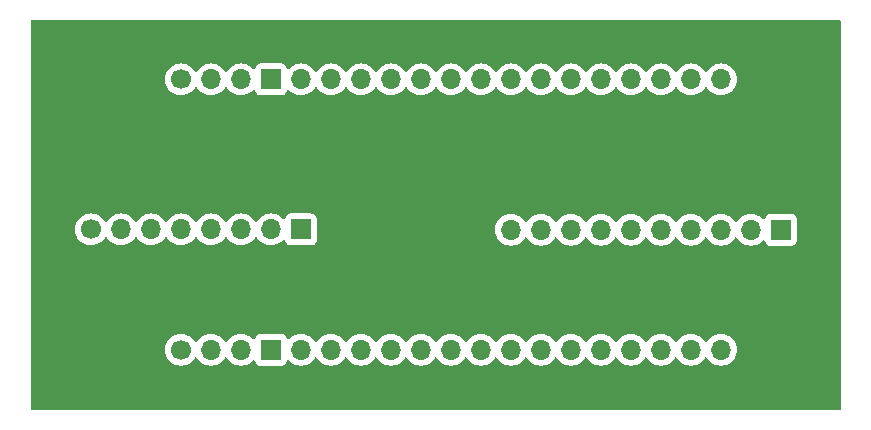
<source format=gbr>
%TF.GenerationSoftware,KiCad,Pcbnew,7.0.10*%
%TF.CreationDate,2024-01-04T23:10:01-05:00*%
%TF.ProjectId,ESP32,45535033-322e-46b6-9963-61645f706362,2*%
%TF.SameCoordinates,Original*%
%TF.FileFunction,Copper,L1,Top*%
%TF.FilePolarity,Positive*%
%FSLAX46Y46*%
G04 Gerber Fmt 4.6, Leading zero omitted, Abs format (unit mm)*
G04 Created by KiCad (PCBNEW 7.0.10) date 2024-01-04 23:10:01*
%MOMM*%
%LPD*%
G01*
G04 APERTURE LIST*
%TA.AperFunction,ComponentPad*%
%ADD10C,1.700000*%
%TD*%
%TA.AperFunction,ComponentPad*%
%ADD11O,1.700000X1.700000*%
%TD*%
%TA.AperFunction,ComponentPad*%
%ADD12R,1.700000X1.700000*%
%TD*%
G04 APERTURE END LIST*
D10*
%TO.P,Left,1*%
%TO.N,N/C*%
X116830000Y-101585000D03*
D11*
%TO.P,Left,2*%
X119370000Y-101585000D03*
%TO.P,Left,3*%
X121910000Y-101585000D03*
%TO.P,Left,4*%
X124450000Y-101585000D03*
%TO.P,Left,5*%
X126990000Y-101585000D03*
%TO.P,Left,6*%
X129530000Y-101585000D03*
%TO.P,Left,7*%
X132070000Y-101585000D03*
D12*
%TO.P,Left,8*%
X134610000Y-101585000D03*
%TD*%
%TO.P,FZ_R,19*%
%TO.N,N/C*%
X175250000Y-101610000D03*
D11*
%TO.P,FZ_R,18*%
X172710000Y-101610000D03*
%TO.P,FZ_R,16*%
X170170000Y-101610000D03*
%TO.P,FZ_R,15*%
X167630000Y-101610000D03*
%TO.P,FZ_R,14*%
X165090000Y-101610000D03*
%TO.P,FZ_R,13*%
X162550000Y-101610000D03*
%TO.P,FZ_R,12*%
X160010000Y-101610000D03*
%TO.P,FZ_R,11*%
X157470000Y-101610000D03*
%TO.P,FZ_R,10*%
X154930000Y-101610000D03*
%TO.P,FZ_R,9*%
X152390000Y-101610000D03*
%TD*%
%TO.P,Top,19*%
%TO.N,N/C*%
X170180000Y-88885000D03*
%TO.P,Top,18*%
X167640000Y-88885000D03*
%TO.P,Top,17*%
X165100000Y-88885000D03*
%TO.P,Top,16*%
X162560000Y-88885000D03*
%TO.P,Top,15*%
X160020000Y-88885000D03*
%TO.P,Top,14*%
X157480000Y-88885000D03*
%TO.P,Top,13*%
X154940000Y-88885000D03*
%TO.P,Top,12*%
X152400000Y-88885000D03*
%TO.P,Top,11*%
X149860000Y-88885000D03*
%TO.P,Top,10*%
X147320000Y-88885000D03*
%TO.P,Top,9*%
X144780000Y-88885000D03*
%TO.P,Top,8*%
X142240000Y-88885000D03*
%TO.P,Top,7*%
X139700000Y-88885000D03*
%TO.P,Top,6*%
X137160000Y-88885000D03*
%TO.P,Top,5*%
X134620000Y-88885000D03*
D12*
%TO.P,Top,4*%
X132080000Y-88885000D03*
D11*
%TO.P,Top,3*%
X129540000Y-88885000D03*
%TO.P,Top,2*%
X127000000Y-88885000D03*
D10*
%TO.P,Top,1*%
X124460000Y-88885000D03*
%TD*%
%TO.P,Bottom,1*%
%TO.N,N/C*%
X124450000Y-111770000D03*
D11*
%TO.P,Bottom,2*%
X126990000Y-111770000D03*
%TO.P,Bottom,3*%
X129530000Y-111770000D03*
D12*
%TO.P,Bottom,4*%
X132070000Y-111770000D03*
D11*
%TO.P,Bottom,5*%
X134610000Y-111770000D03*
%TO.P,Bottom,6*%
X137150000Y-111770000D03*
%TO.P,Bottom,7*%
X139690000Y-111770000D03*
%TO.P,Bottom,8*%
X142230000Y-111770000D03*
%TO.P,Bottom,9*%
X144770000Y-111770000D03*
%TO.P,Bottom,10*%
X147310000Y-111770000D03*
%TO.P,Bottom,11*%
X149850000Y-111770000D03*
%TO.P,Bottom,12*%
X152390000Y-111770000D03*
%TO.P,Bottom,13*%
X154930000Y-111770000D03*
%TO.P,Bottom,14*%
X157470000Y-111770000D03*
%TO.P,Bottom,15*%
X160010000Y-111770000D03*
%TO.P,Bottom,16*%
X162550000Y-111770000D03*
%TO.P,Bottom,17*%
X165090000Y-111770000D03*
%TO.P,Bottom,18*%
X167630000Y-111770000D03*
%TO.P,Bottom,19*%
X170170000Y-111770000D03*
%TD*%
%TA.AperFunction,NonConductor*%
G36*
X180273039Y-83849685D02*
G01*
X180318794Y-83902489D01*
X180330000Y-83954000D01*
X180330000Y-116726000D01*
X180310315Y-116793039D01*
X180257511Y-116838794D01*
X180206000Y-116850000D01*
X111874000Y-116850000D01*
X111806961Y-116830315D01*
X111761206Y-116777511D01*
X111750000Y-116726000D01*
X111750000Y-111770000D01*
X123094341Y-111770000D01*
X123114936Y-112005403D01*
X123114938Y-112005413D01*
X123176094Y-112233655D01*
X123176096Y-112233659D01*
X123176097Y-112233663D01*
X123180000Y-112242032D01*
X123275965Y-112447830D01*
X123275967Y-112447834D01*
X123384281Y-112602521D01*
X123411505Y-112641401D01*
X123578599Y-112808495D01*
X123675384Y-112876265D01*
X123772165Y-112944032D01*
X123772167Y-112944033D01*
X123772170Y-112944035D01*
X123986337Y-113043903D01*
X124214592Y-113105063D01*
X124391034Y-113120500D01*
X124449999Y-113125659D01*
X124450000Y-113125659D01*
X124450001Y-113125659D01*
X124508966Y-113120500D01*
X124685408Y-113105063D01*
X124913663Y-113043903D01*
X125127830Y-112944035D01*
X125321401Y-112808495D01*
X125488495Y-112641401D01*
X125618425Y-112455842D01*
X125673002Y-112412217D01*
X125742500Y-112405023D01*
X125804855Y-112436546D01*
X125821575Y-112455842D01*
X125951500Y-112641395D01*
X125951505Y-112641401D01*
X126118599Y-112808495D01*
X126215384Y-112876265D01*
X126312165Y-112944032D01*
X126312167Y-112944033D01*
X126312170Y-112944035D01*
X126526337Y-113043903D01*
X126754592Y-113105063D01*
X126931034Y-113120500D01*
X126989999Y-113125659D01*
X126990000Y-113125659D01*
X126990001Y-113125659D01*
X127048966Y-113120500D01*
X127225408Y-113105063D01*
X127453663Y-113043903D01*
X127667830Y-112944035D01*
X127861401Y-112808495D01*
X128028495Y-112641401D01*
X128158425Y-112455842D01*
X128213002Y-112412217D01*
X128282500Y-112405023D01*
X128344855Y-112436546D01*
X128361575Y-112455842D01*
X128491500Y-112641395D01*
X128491505Y-112641401D01*
X128658599Y-112808495D01*
X128755384Y-112876265D01*
X128852165Y-112944032D01*
X128852167Y-112944033D01*
X128852170Y-112944035D01*
X129066337Y-113043903D01*
X129294592Y-113105063D01*
X129471034Y-113120500D01*
X129529999Y-113125659D01*
X129530000Y-113125659D01*
X129530001Y-113125659D01*
X129588966Y-113120500D01*
X129765408Y-113105063D01*
X129993663Y-113043903D01*
X130207830Y-112944035D01*
X130401401Y-112808495D01*
X130523329Y-112686566D01*
X130584648Y-112653084D01*
X130654340Y-112658068D01*
X130710274Y-112699939D01*
X130727189Y-112730917D01*
X130776202Y-112862328D01*
X130776206Y-112862335D01*
X130862452Y-112977544D01*
X130862455Y-112977547D01*
X130977664Y-113063793D01*
X130977671Y-113063797D01*
X131112517Y-113114091D01*
X131112516Y-113114091D01*
X131119444Y-113114835D01*
X131172127Y-113120500D01*
X132967872Y-113120499D01*
X133027483Y-113114091D01*
X133162331Y-113063796D01*
X133277546Y-112977546D01*
X133363796Y-112862331D01*
X133412810Y-112730916D01*
X133454681Y-112674984D01*
X133520145Y-112650566D01*
X133588418Y-112665417D01*
X133616673Y-112686569D01*
X133738599Y-112808495D01*
X133835384Y-112876265D01*
X133932165Y-112944032D01*
X133932167Y-112944033D01*
X133932170Y-112944035D01*
X134146337Y-113043903D01*
X134374592Y-113105063D01*
X134551034Y-113120500D01*
X134609999Y-113125659D01*
X134610000Y-113125659D01*
X134610001Y-113125659D01*
X134668966Y-113120500D01*
X134845408Y-113105063D01*
X135073663Y-113043903D01*
X135287830Y-112944035D01*
X135481401Y-112808495D01*
X135648495Y-112641401D01*
X135778425Y-112455842D01*
X135833002Y-112412217D01*
X135902500Y-112405023D01*
X135964855Y-112436546D01*
X135981575Y-112455842D01*
X136111500Y-112641395D01*
X136111505Y-112641401D01*
X136278599Y-112808495D01*
X136375384Y-112876265D01*
X136472165Y-112944032D01*
X136472167Y-112944033D01*
X136472170Y-112944035D01*
X136686337Y-113043903D01*
X136914592Y-113105063D01*
X137091034Y-113120500D01*
X137149999Y-113125659D01*
X137150000Y-113125659D01*
X137150001Y-113125659D01*
X137208966Y-113120500D01*
X137385408Y-113105063D01*
X137613663Y-113043903D01*
X137827830Y-112944035D01*
X138021401Y-112808495D01*
X138188495Y-112641401D01*
X138318425Y-112455842D01*
X138373002Y-112412217D01*
X138442500Y-112405023D01*
X138504855Y-112436546D01*
X138521575Y-112455842D01*
X138651500Y-112641395D01*
X138651505Y-112641401D01*
X138818599Y-112808495D01*
X138915384Y-112876265D01*
X139012165Y-112944032D01*
X139012167Y-112944033D01*
X139012170Y-112944035D01*
X139226337Y-113043903D01*
X139454592Y-113105063D01*
X139631034Y-113120500D01*
X139689999Y-113125659D01*
X139690000Y-113125659D01*
X139690001Y-113125659D01*
X139748966Y-113120500D01*
X139925408Y-113105063D01*
X140153663Y-113043903D01*
X140367830Y-112944035D01*
X140561401Y-112808495D01*
X140728495Y-112641401D01*
X140858425Y-112455842D01*
X140913002Y-112412217D01*
X140982500Y-112405023D01*
X141044855Y-112436546D01*
X141061575Y-112455842D01*
X141191500Y-112641395D01*
X141191505Y-112641401D01*
X141358599Y-112808495D01*
X141455384Y-112876265D01*
X141552165Y-112944032D01*
X141552167Y-112944033D01*
X141552170Y-112944035D01*
X141766337Y-113043903D01*
X141994592Y-113105063D01*
X142171034Y-113120500D01*
X142229999Y-113125659D01*
X142230000Y-113125659D01*
X142230001Y-113125659D01*
X142288966Y-113120500D01*
X142465408Y-113105063D01*
X142693663Y-113043903D01*
X142907830Y-112944035D01*
X143101401Y-112808495D01*
X143268495Y-112641401D01*
X143398425Y-112455842D01*
X143453002Y-112412217D01*
X143522500Y-112405023D01*
X143584855Y-112436546D01*
X143601575Y-112455842D01*
X143731500Y-112641395D01*
X143731505Y-112641401D01*
X143898599Y-112808495D01*
X143995384Y-112876265D01*
X144092165Y-112944032D01*
X144092167Y-112944033D01*
X144092170Y-112944035D01*
X144306337Y-113043903D01*
X144534592Y-113105063D01*
X144711034Y-113120500D01*
X144769999Y-113125659D01*
X144770000Y-113125659D01*
X144770001Y-113125659D01*
X144828966Y-113120500D01*
X145005408Y-113105063D01*
X145233663Y-113043903D01*
X145447830Y-112944035D01*
X145641401Y-112808495D01*
X145808495Y-112641401D01*
X145938425Y-112455842D01*
X145993002Y-112412217D01*
X146062500Y-112405023D01*
X146124855Y-112436546D01*
X146141575Y-112455842D01*
X146271500Y-112641395D01*
X146271505Y-112641401D01*
X146438599Y-112808495D01*
X146535384Y-112876265D01*
X146632165Y-112944032D01*
X146632167Y-112944033D01*
X146632170Y-112944035D01*
X146846337Y-113043903D01*
X147074592Y-113105063D01*
X147251034Y-113120500D01*
X147309999Y-113125659D01*
X147310000Y-113125659D01*
X147310001Y-113125659D01*
X147368966Y-113120500D01*
X147545408Y-113105063D01*
X147773663Y-113043903D01*
X147987830Y-112944035D01*
X148181401Y-112808495D01*
X148348495Y-112641401D01*
X148478425Y-112455842D01*
X148533002Y-112412217D01*
X148602500Y-112405023D01*
X148664855Y-112436546D01*
X148681575Y-112455842D01*
X148811500Y-112641395D01*
X148811505Y-112641401D01*
X148978599Y-112808495D01*
X149075384Y-112876265D01*
X149172165Y-112944032D01*
X149172167Y-112944033D01*
X149172170Y-112944035D01*
X149386337Y-113043903D01*
X149614592Y-113105063D01*
X149791034Y-113120500D01*
X149849999Y-113125659D01*
X149850000Y-113125659D01*
X149850001Y-113125659D01*
X149908966Y-113120500D01*
X150085408Y-113105063D01*
X150313663Y-113043903D01*
X150527830Y-112944035D01*
X150721401Y-112808495D01*
X150888495Y-112641401D01*
X151018425Y-112455842D01*
X151073002Y-112412217D01*
X151142500Y-112405023D01*
X151204855Y-112436546D01*
X151221575Y-112455842D01*
X151351500Y-112641395D01*
X151351505Y-112641401D01*
X151518599Y-112808495D01*
X151615384Y-112876265D01*
X151712165Y-112944032D01*
X151712167Y-112944033D01*
X151712170Y-112944035D01*
X151926337Y-113043903D01*
X152154592Y-113105063D01*
X152331034Y-113120500D01*
X152389999Y-113125659D01*
X152390000Y-113125659D01*
X152390001Y-113125659D01*
X152448966Y-113120500D01*
X152625408Y-113105063D01*
X152853663Y-113043903D01*
X153067830Y-112944035D01*
X153261401Y-112808495D01*
X153428495Y-112641401D01*
X153558425Y-112455842D01*
X153613002Y-112412217D01*
X153682500Y-112405023D01*
X153744855Y-112436546D01*
X153761575Y-112455842D01*
X153891500Y-112641395D01*
X153891505Y-112641401D01*
X154058599Y-112808495D01*
X154155384Y-112876265D01*
X154252165Y-112944032D01*
X154252167Y-112944033D01*
X154252170Y-112944035D01*
X154466337Y-113043903D01*
X154694592Y-113105063D01*
X154871034Y-113120500D01*
X154929999Y-113125659D01*
X154930000Y-113125659D01*
X154930001Y-113125659D01*
X154988966Y-113120500D01*
X155165408Y-113105063D01*
X155393663Y-113043903D01*
X155607830Y-112944035D01*
X155801401Y-112808495D01*
X155968495Y-112641401D01*
X156098425Y-112455842D01*
X156153002Y-112412217D01*
X156222500Y-112405023D01*
X156284855Y-112436546D01*
X156301575Y-112455842D01*
X156431500Y-112641395D01*
X156431505Y-112641401D01*
X156598599Y-112808495D01*
X156695384Y-112876265D01*
X156792165Y-112944032D01*
X156792167Y-112944033D01*
X156792170Y-112944035D01*
X157006337Y-113043903D01*
X157234592Y-113105063D01*
X157411034Y-113120500D01*
X157469999Y-113125659D01*
X157470000Y-113125659D01*
X157470001Y-113125659D01*
X157528966Y-113120500D01*
X157705408Y-113105063D01*
X157933663Y-113043903D01*
X158147830Y-112944035D01*
X158341401Y-112808495D01*
X158508495Y-112641401D01*
X158638425Y-112455842D01*
X158693002Y-112412217D01*
X158762500Y-112405023D01*
X158824855Y-112436546D01*
X158841575Y-112455842D01*
X158971500Y-112641395D01*
X158971505Y-112641401D01*
X159138599Y-112808495D01*
X159235384Y-112876265D01*
X159332165Y-112944032D01*
X159332167Y-112944033D01*
X159332170Y-112944035D01*
X159546337Y-113043903D01*
X159774592Y-113105063D01*
X159951034Y-113120500D01*
X160009999Y-113125659D01*
X160010000Y-113125659D01*
X160010001Y-113125659D01*
X160068966Y-113120500D01*
X160245408Y-113105063D01*
X160473663Y-113043903D01*
X160687830Y-112944035D01*
X160881401Y-112808495D01*
X161048495Y-112641401D01*
X161178425Y-112455842D01*
X161233002Y-112412217D01*
X161302500Y-112405023D01*
X161364855Y-112436546D01*
X161381575Y-112455842D01*
X161511500Y-112641395D01*
X161511505Y-112641401D01*
X161678599Y-112808495D01*
X161775384Y-112876265D01*
X161872165Y-112944032D01*
X161872167Y-112944033D01*
X161872170Y-112944035D01*
X162086337Y-113043903D01*
X162314592Y-113105063D01*
X162491034Y-113120500D01*
X162549999Y-113125659D01*
X162550000Y-113125659D01*
X162550001Y-113125659D01*
X162608966Y-113120500D01*
X162785408Y-113105063D01*
X163013663Y-113043903D01*
X163227830Y-112944035D01*
X163421401Y-112808495D01*
X163588495Y-112641401D01*
X163718425Y-112455842D01*
X163773002Y-112412217D01*
X163842500Y-112405023D01*
X163904855Y-112436546D01*
X163921575Y-112455842D01*
X164051500Y-112641395D01*
X164051505Y-112641401D01*
X164218599Y-112808495D01*
X164315384Y-112876265D01*
X164412165Y-112944032D01*
X164412167Y-112944033D01*
X164412170Y-112944035D01*
X164626337Y-113043903D01*
X164854592Y-113105063D01*
X165031034Y-113120500D01*
X165089999Y-113125659D01*
X165090000Y-113125659D01*
X165090001Y-113125659D01*
X165148966Y-113120500D01*
X165325408Y-113105063D01*
X165553663Y-113043903D01*
X165767830Y-112944035D01*
X165961401Y-112808495D01*
X166128495Y-112641401D01*
X166258425Y-112455842D01*
X166313002Y-112412217D01*
X166382500Y-112405023D01*
X166444855Y-112436546D01*
X166461575Y-112455842D01*
X166591500Y-112641395D01*
X166591505Y-112641401D01*
X166758599Y-112808495D01*
X166855384Y-112876265D01*
X166952165Y-112944032D01*
X166952167Y-112944033D01*
X166952170Y-112944035D01*
X167166337Y-113043903D01*
X167394592Y-113105063D01*
X167571034Y-113120500D01*
X167629999Y-113125659D01*
X167630000Y-113125659D01*
X167630001Y-113125659D01*
X167688966Y-113120500D01*
X167865408Y-113105063D01*
X168093663Y-113043903D01*
X168307830Y-112944035D01*
X168501401Y-112808495D01*
X168668495Y-112641401D01*
X168798425Y-112455842D01*
X168853002Y-112412217D01*
X168922500Y-112405023D01*
X168984855Y-112436546D01*
X169001575Y-112455842D01*
X169131500Y-112641395D01*
X169131505Y-112641401D01*
X169298599Y-112808495D01*
X169395384Y-112876265D01*
X169492165Y-112944032D01*
X169492167Y-112944033D01*
X169492170Y-112944035D01*
X169706337Y-113043903D01*
X169934592Y-113105063D01*
X170111034Y-113120500D01*
X170169999Y-113125659D01*
X170170000Y-113125659D01*
X170170001Y-113125659D01*
X170228966Y-113120500D01*
X170405408Y-113105063D01*
X170633663Y-113043903D01*
X170847830Y-112944035D01*
X171041401Y-112808495D01*
X171208495Y-112641401D01*
X171344035Y-112447830D01*
X171443903Y-112233663D01*
X171505063Y-112005408D01*
X171525659Y-111770000D01*
X171505063Y-111534592D01*
X171443903Y-111306337D01*
X171344035Y-111092171D01*
X171338425Y-111084158D01*
X171208494Y-110898597D01*
X171041402Y-110731506D01*
X171041395Y-110731501D01*
X170847834Y-110595967D01*
X170847830Y-110595965D01*
X170847828Y-110595964D01*
X170633663Y-110496097D01*
X170633659Y-110496096D01*
X170633655Y-110496094D01*
X170405413Y-110434938D01*
X170405403Y-110434936D01*
X170170001Y-110414341D01*
X170169999Y-110414341D01*
X169934596Y-110434936D01*
X169934586Y-110434938D01*
X169706344Y-110496094D01*
X169706335Y-110496098D01*
X169492171Y-110595964D01*
X169492169Y-110595965D01*
X169298597Y-110731505D01*
X169131505Y-110898597D01*
X169001575Y-111084158D01*
X168946998Y-111127783D01*
X168877500Y-111134977D01*
X168815145Y-111103454D01*
X168798425Y-111084158D01*
X168668494Y-110898597D01*
X168501402Y-110731506D01*
X168501395Y-110731501D01*
X168307834Y-110595967D01*
X168307830Y-110595965D01*
X168307828Y-110595964D01*
X168093663Y-110496097D01*
X168093659Y-110496096D01*
X168093655Y-110496094D01*
X167865413Y-110434938D01*
X167865403Y-110434936D01*
X167630001Y-110414341D01*
X167629999Y-110414341D01*
X167394596Y-110434936D01*
X167394586Y-110434938D01*
X167166344Y-110496094D01*
X167166335Y-110496098D01*
X166952171Y-110595964D01*
X166952169Y-110595965D01*
X166758597Y-110731505D01*
X166591505Y-110898597D01*
X166461575Y-111084158D01*
X166406998Y-111127783D01*
X166337500Y-111134977D01*
X166275145Y-111103454D01*
X166258425Y-111084158D01*
X166128494Y-110898597D01*
X165961402Y-110731506D01*
X165961395Y-110731501D01*
X165767834Y-110595967D01*
X165767830Y-110595965D01*
X165767828Y-110595964D01*
X165553663Y-110496097D01*
X165553659Y-110496096D01*
X165553655Y-110496094D01*
X165325413Y-110434938D01*
X165325403Y-110434936D01*
X165090001Y-110414341D01*
X165089999Y-110414341D01*
X164854596Y-110434936D01*
X164854586Y-110434938D01*
X164626344Y-110496094D01*
X164626335Y-110496098D01*
X164412171Y-110595964D01*
X164412169Y-110595965D01*
X164218597Y-110731505D01*
X164051505Y-110898597D01*
X163921575Y-111084158D01*
X163866998Y-111127783D01*
X163797500Y-111134977D01*
X163735145Y-111103454D01*
X163718425Y-111084158D01*
X163588494Y-110898597D01*
X163421402Y-110731506D01*
X163421395Y-110731501D01*
X163227834Y-110595967D01*
X163227830Y-110595965D01*
X163227828Y-110595964D01*
X163013663Y-110496097D01*
X163013659Y-110496096D01*
X163013655Y-110496094D01*
X162785413Y-110434938D01*
X162785403Y-110434936D01*
X162550001Y-110414341D01*
X162549999Y-110414341D01*
X162314596Y-110434936D01*
X162314586Y-110434938D01*
X162086344Y-110496094D01*
X162086335Y-110496098D01*
X161872171Y-110595964D01*
X161872169Y-110595965D01*
X161678597Y-110731505D01*
X161511505Y-110898597D01*
X161381575Y-111084158D01*
X161326998Y-111127783D01*
X161257500Y-111134977D01*
X161195145Y-111103454D01*
X161178425Y-111084158D01*
X161048494Y-110898597D01*
X160881402Y-110731506D01*
X160881395Y-110731501D01*
X160687834Y-110595967D01*
X160687830Y-110595965D01*
X160687828Y-110595964D01*
X160473663Y-110496097D01*
X160473659Y-110496096D01*
X160473655Y-110496094D01*
X160245413Y-110434938D01*
X160245403Y-110434936D01*
X160010001Y-110414341D01*
X160009999Y-110414341D01*
X159774596Y-110434936D01*
X159774586Y-110434938D01*
X159546344Y-110496094D01*
X159546335Y-110496098D01*
X159332171Y-110595964D01*
X159332169Y-110595965D01*
X159138597Y-110731505D01*
X158971505Y-110898597D01*
X158841575Y-111084158D01*
X158786998Y-111127783D01*
X158717500Y-111134977D01*
X158655145Y-111103454D01*
X158638425Y-111084158D01*
X158508494Y-110898597D01*
X158341402Y-110731506D01*
X158341395Y-110731501D01*
X158147834Y-110595967D01*
X158147830Y-110595965D01*
X158147828Y-110595964D01*
X157933663Y-110496097D01*
X157933659Y-110496096D01*
X157933655Y-110496094D01*
X157705413Y-110434938D01*
X157705403Y-110434936D01*
X157470001Y-110414341D01*
X157469999Y-110414341D01*
X157234596Y-110434936D01*
X157234586Y-110434938D01*
X157006344Y-110496094D01*
X157006335Y-110496098D01*
X156792171Y-110595964D01*
X156792169Y-110595965D01*
X156598597Y-110731505D01*
X156431505Y-110898597D01*
X156301575Y-111084158D01*
X156246998Y-111127783D01*
X156177500Y-111134977D01*
X156115145Y-111103454D01*
X156098425Y-111084158D01*
X155968494Y-110898597D01*
X155801402Y-110731506D01*
X155801395Y-110731501D01*
X155607834Y-110595967D01*
X155607830Y-110595965D01*
X155607828Y-110595964D01*
X155393663Y-110496097D01*
X155393659Y-110496096D01*
X155393655Y-110496094D01*
X155165413Y-110434938D01*
X155165403Y-110434936D01*
X154930001Y-110414341D01*
X154929999Y-110414341D01*
X154694596Y-110434936D01*
X154694586Y-110434938D01*
X154466344Y-110496094D01*
X154466335Y-110496098D01*
X154252171Y-110595964D01*
X154252169Y-110595965D01*
X154058597Y-110731505D01*
X153891505Y-110898597D01*
X153761575Y-111084158D01*
X153706998Y-111127783D01*
X153637500Y-111134977D01*
X153575145Y-111103454D01*
X153558425Y-111084158D01*
X153428494Y-110898597D01*
X153261402Y-110731506D01*
X153261395Y-110731501D01*
X153067834Y-110595967D01*
X153067830Y-110595965D01*
X153067828Y-110595964D01*
X152853663Y-110496097D01*
X152853659Y-110496096D01*
X152853655Y-110496094D01*
X152625413Y-110434938D01*
X152625403Y-110434936D01*
X152390001Y-110414341D01*
X152389999Y-110414341D01*
X152154596Y-110434936D01*
X152154586Y-110434938D01*
X151926344Y-110496094D01*
X151926335Y-110496098D01*
X151712171Y-110595964D01*
X151712169Y-110595965D01*
X151518597Y-110731505D01*
X151351505Y-110898597D01*
X151221575Y-111084158D01*
X151166998Y-111127783D01*
X151097500Y-111134977D01*
X151035145Y-111103454D01*
X151018425Y-111084158D01*
X150888494Y-110898597D01*
X150721402Y-110731506D01*
X150721395Y-110731501D01*
X150527834Y-110595967D01*
X150527830Y-110595965D01*
X150527828Y-110595964D01*
X150313663Y-110496097D01*
X150313659Y-110496096D01*
X150313655Y-110496094D01*
X150085413Y-110434938D01*
X150085403Y-110434936D01*
X149850001Y-110414341D01*
X149849999Y-110414341D01*
X149614596Y-110434936D01*
X149614586Y-110434938D01*
X149386344Y-110496094D01*
X149386335Y-110496098D01*
X149172171Y-110595964D01*
X149172169Y-110595965D01*
X148978597Y-110731505D01*
X148811505Y-110898597D01*
X148681575Y-111084158D01*
X148626998Y-111127783D01*
X148557500Y-111134977D01*
X148495145Y-111103454D01*
X148478425Y-111084158D01*
X148348494Y-110898597D01*
X148181402Y-110731506D01*
X148181395Y-110731501D01*
X147987834Y-110595967D01*
X147987830Y-110595965D01*
X147987828Y-110595964D01*
X147773663Y-110496097D01*
X147773659Y-110496096D01*
X147773655Y-110496094D01*
X147545413Y-110434938D01*
X147545403Y-110434936D01*
X147310001Y-110414341D01*
X147309999Y-110414341D01*
X147074596Y-110434936D01*
X147074586Y-110434938D01*
X146846344Y-110496094D01*
X146846335Y-110496098D01*
X146632171Y-110595964D01*
X146632169Y-110595965D01*
X146438597Y-110731505D01*
X146271505Y-110898597D01*
X146141575Y-111084158D01*
X146086998Y-111127783D01*
X146017500Y-111134977D01*
X145955145Y-111103454D01*
X145938425Y-111084158D01*
X145808494Y-110898597D01*
X145641402Y-110731506D01*
X145641395Y-110731501D01*
X145447834Y-110595967D01*
X145447830Y-110595965D01*
X145447828Y-110595964D01*
X145233663Y-110496097D01*
X145233659Y-110496096D01*
X145233655Y-110496094D01*
X145005413Y-110434938D01*
X145005403Y-110434936D01*
X144770001Y-110414341D01*
X144769999Y-110414341D01*
X144534596Y-110434936D01*
X144534586Y-110434938D01*
X144306344Y-110496094D01*
X144306335Y-110496098D01*
X144092171Y-110595964D01*
X144092169Y-110595965D01*
X143898597Y-110731505D01*
X143731505Y-110898597D01*
X143601575Y-111084158D01*
X143546998Y-111127783D01*
X143477500Y-111134977D01*
X143415145Y-111103454D01*
X143398425Y-111084158D01*
X143268494Y-110898597D01*
X143101402Y-110731506D01*
X143101395Y-110731501D01*
X142907834Y-110595967D01*
X142907830Y-110595965D01*
X142907828Y-110595964D01*
X142693663Y-110496097D01*
X142693659Y-110496096D01*
X142693655Y-110496094D01*
X142465413Y-110434938D01*
X142465403Y-110434936D01*
X142230001Y-110414341D01*
X142229999Y-110414341D01*
X141994596Y-110434936D01*
X141994586Y-110434938D01*
X141766344Y-110496094D01*
X141766335Y-110496098D01*
X141552171Y-110595964D01*
X141552169Y-110595965D01*
X141358597Y-110731505D01*
X141191505Y-110898597D01*
X141061575Y-111084158D01*
X141006998Y-111127783D01*
X140937500Y-111134977D01*
X140875145Y-111103454D01*
X140858425Y-111084158D01*
X140728494Y-110898597D01*
X140561402Y-110731506D01*
X140561395Y-110731501D01*
X140367834Y-110595967D01*
X140367830Y-110595965D01*
X140367828Y-110595964D01*
X140153663Y-110496097D01*
X140153659Y-110496096D01*
X140153655Y-110496094D01*
X139925413Y-110434938D01*
X139925403Y-110434936D01*
X139690001Y-110414341D01*
X139689999Y-110414341D01*
X139454596Y-110434936D01*
X139454586Y-110434938D01*
X139226344Y-110496094D01*
X139226335Y-110496098D01*
X139012171Y-110595964D01*
X139012169Y-110595965D01*
X138818597Y-110731505D01*
X138651505Y-110898597D01*
X138521575Y-111084158D01*
X138466998Y-111127783D01*
X138397500Y-111134977D01*
X138335145Y-111103454D01*
X138318425Y-111084158D01*
X138188494Y-110898597D01*
X138021402Y-110731506D01*
X138021395Y-110731501D01*
X137827834Y-110595967D01*
X137827830Y-110595965D01*
X137827828Y-110595964D01*
X137613663Y-110496097D01*
X137613659Y-110496096D01*
X137613655Y-110496094D01*
X137385413Y-110434938D01*
X137385403Y-110434936D01*
X137150001Y-110414341D01*
X137149999Y-110414341D01*
X136914596Y-110434936D01*
X136914586Y-110434938D01*
X136686344Y-110496094D01*
X136686335Y-110496098D01*
X136472171Y-110595964D01*
X136472169Y-110595965D01*
X136278597Y-110731505D01*
X136111505Y-110898597D01*
X135981575Y-111084158D01*
X135926998Y-111127783D01*
X135857500Y-111134977D01*
X135795145Y-111103454D01*
X135778425Y-111084158D01*
X135648494Y-110898597D01*
X135481402Y-110731506D01*
X135481395Y-110731501D01*
X135287834Y-110595967D01*
X135287830Y-110595965D01*
X135287828Y-110595964D01*
X135073663Y-110496097D01*
X135073659Y-110496096D01*
X135073655Y-110496094D01*
X134845413Y-110434938D01*
X134845403Y-110434936D01*
X134610001Y-110414341D01*
X134609999Y-110414341D01*
X134374596Y-110434936D01*
X134374586Y-110434938D01*
X134146344Y-110496094D01*
X134146335Y-110496098D01*
X133932171Y-110595964D01*
X133932169Y-110595965D01*
X133738600Y-110731503D01*
X133616673Y-110853430D01*
X133555350Y-110886914D01*
X133485658Y-110881930D01*
X133429725Y-110840058D01*
X133412810Y-110809081D01*
X133363797Y-110677671D01*
X133363793Y-110677664D01*
X133277547Y-110562455D01*
X133277544Y-110562452D01*
X133162335Y-110476206D01*
X133162328Y-110476202D01*
X133027482Y-110425908D01*
X133027483Y-110425908D01*
X132967883Y-110419501D01*
X132967881Y-110419500D01*
X132967873Y-110419500D01*
X132967864Y-110419500D01*
X131172129Y-110419500D01*
X131172123Y-110419501D01*
X131112516Y-110425908D01*
X130977671Y-110476202D01*
X130977664Y-110476206D01*
X130862455Y-110562452D01*
X130862452Y-110562455D01*
X130776206Y-110677664D01*
X130776203Y-110677669D01*
X130727189Y-110809083D01*
X130685317Y-110865016D01*
X130619853Y-110889433D01*
X130551580Y-110874581D01*
X130523326Y-110853430D01*
X130401402Y-110731506D01*
X130401395Y-110731501D01*
X130207834Y-110595967D01*
X130207830Y-110595965D01*
X130207828Y-110595964D01*
X129993663Y-110496097D01*
X129993659Y-110496096D01*
X129993655Y-110496094D01*
X129765413Y-110434938D01*
X129765403Y-110434936D01*
X129530001Y-110414341D01*
X129529999Y-110414341D01*
X129294596Y-110434936D01*
X129294586Y-110434938D01*
X129066344Y-110496094D01*
X129066335Y-110496098D01*
X128852171Y-110595964D01*
X128852169Y-110595965D01*
X128658597Y-110731505D01*
X128491505Y-110898597D01*
X128361575Y-111084158D01*
X128306998Y-111127783D01*
X128237500Y-111134977D01*
X128175145Y-111103454D01*
X128158425Y-111084158D01*
X128028494Y-110898597D01*
X127861402Y-110731506D01*
X127861395Y-110731501D01*
X127667834Y-110595967D01*
X127667830Y-110595965D01*
X127667828Y-110595964D01*
X127453663Y-110496097D01*
X127453659Y-110496096D01*
X127453655Y-110496094D01*
X127225413Y-110434938D01*
X127225403Y-110434936D01*
X126990001Y-110414341D01*
X126989999Y-110414341D01*
X126754596Y-110434936D01*
X126754586Y-110434938D01*
X126526344Y-110496094D01*
X126526335Y-110496098D01*
X126312171Y-110595964D01*
X126312169Y-110595965D01*
X126118597Y-110731505D01*
X125951505Y-110898597D01*
X125821575Y-111084158D01*
X125766998Y-111127783D01*
X125697500Y-111134977D01*
X125635145Y-111103454D01*
X125618425Y-111084158D01*
X125488494Y-110898597D01*
X125321402Y-110731506D01*
X125321395Y-110731501D01*
X125127834Y-110595967D01*
X125127830Y-110595965D01*
X125127828Y-110595964D01*
X124913663Y-110496097D01*
X124913659Y-110496096D01*
X124913655Y-110496094D01*
X124685413Y-110434938D01*
X124685403Y-110434936D01*
X124450001Y-110414341D01*
X124449999Y-110414341D01*
X124214596Y-110434936D01*
X124214586Y-110434938D01*
X123986344Y-110496094D01*
X123986335Y-110496098D01*
X123772171Y-110595964D01*
X123772169Y-110595965D01*
X123578597Y-110731505D01*
X123411505Y-110898597D01*
X123275965Y-111092169D01*
X123275964Y-111092171D01*
X123176098Y-111306335D01*
X123176094Y-111306344D01*
X123114938Y-111534586D01*
X123114936Y-111534596D01*
X123094341Y-111769999D01*
X123094341Y-111770000D01*
X111750000Y-111770000D01*
X111750000Y-101585000D01*
X115474341Y-101585000D01*
X115494936Y-101820403D01*
X115494938Y-101820413D01*
X115556094Y-102048655D01*
X115556096Y-102048659D01*
X115556097Y-102048663D01*
X115636004Y-102220023D01*
X115655965Y-102262830D01*
X115655967Y-102262834D01*
X115679080Y-102295842D01*
X115791505Y-102456401D01*
X115958599Y-102623495D01*
X116055384Y-102691265D01*
X116152165Y-102759032D01*
X116152167Y-102759033D01*
X116152170Y-102759035D01*
X116366337Y-102858903D01*
X116594592Y-102920063D01*
X116771034Y-102935500D01*
X116829999Y-102940659D01*
X116830000Y-102940659D01*
X116830001Y-102940659D01*
X116888966Y-102935500D01*
X117065408Y-102920063D01*
X117293663Y-102858903D01*
X117507830Y-102759035D01*
X117701401Y-102623495D01*
X117868495Y-102456401D01*
X117998425Y-102270842D01*
X118053002Y-102227217D01*
X118122500Y-102220023D01*
X118184855Y-102251546D01*
X118201575Y-102270842D01*
X118331500Y-102456395D01*
X118331505Y-102456401D01*
X118498599Y-102623495D01*
X118595384Y-102691265D01*
X118692165Y-102759032D01*
X118692167Y-102759033D01*
X118692170Y-102759035D01*
X118906337Y-102858903D01*
X119134592Y-102920063D01*
X119311034Y-102935500D01*
X119369999Y-102940659D01*
X119370000Y-102940659D01*
X119370001Y-102940659D01*
X119428966Y-102935500D01*
X119605408Y-102920063D01*
X119833663Y-102858903D01*
X120047830Y-102759035D01*
X120241401Y-102623495D01*
X120408495Y-102456401D01*
X120538425Y-102270842D01*
X120593002Y-102227217D01*
X120662500Y-102220023D01*
X120724855Y-102251546D01*
X120741575Y-102270842D01*
X120871500Y-102456395D01*
X120871505Y-102456401D01*
X121038599Y-102623495D01*
X121135384Y-102691265D01*
X121232165Y-102759032D01*
X121232167Y-102759033D01*
X121232170Y-102759035D01*
X121446337Y-102858903D01*
X121674592Y-102920063D01*
X121851034Y-102935500D01*
X121909999Y-102940659D01*
X121910000Y-102940659D01*
X121910001Y-102940659D01*
X121968966Y-102935500D01*
X122145408Y-102920063D01*
X122373663Y-102858903D01*
X122587830Y-102759035D01*
X122781401Y-102623495D01*
X122948495Y-102456401D01*
X123078425Y-102270842D01*
X123133002Y-102227217D01*
X123202500Y-102220023D01*
X123264855Y-102251546D01*
X123281575Y-102270842D01*
X123411500Y-102456395D01*
X123411505Y-102456401D01*
X123578599Y-102623495D01*
X123675384Y-102691265D01*
X123772165Y-102759032D01*
X123772167Y-102759033D01*
X123772170Y-102759035D01*
X123986337Y-102858903D01*
X124214592Y-102920063D01*
X124391034Y-102935500D01*
X124449999Y-102940659D01*
X124450000Y-102940659D01*
X124450001Y-102940659D01*
X124508966Y-102935500D01*
X124685408Y-102920063D01*
X124913663Y-102858903D01*
X125127830Y-102759035D01*
X125321401Y-102623495D01*
X125488495Y-102456401D01*
X125618425Y-102270842D01*
X125673002Y-102227217D01*
X125742500Y-102220023D01*
X125804855Y-102251546D01*
X125821575Y-102270842D01*
X125951500Y-102456395D01*
X125951505Y-102456401D01*
X126118599Y-102623495D01*
X126215384Y-102691265D01*
X126312165Y-102759032D01*
X126312167Y-102759033D01*
X126312170Y-102759035D01*
X126526337Y-102858903D01*
X126754592Y-102920063D01*
X126931034Y-102935500D01*
X126989999Y-102940659D01*
X126990000Y-102940659D01*
X126990001Y-102940659D01*
X127048966Y-102935500D01*
X127225408Y-102920063D01*
X127453663Y-102858903D01*
X127667830Y-102759035D01*
X127861401Y-102623495D01*
X128028495Y-102456401D01*
X128158425Y-102270842D01*
X128213002Y-102227217D01*
X128282500Y-102220023D01*
X128344855Y-102251546D01*
X128361575Y-102270842D01*
X128491500Y-102456395D01*
X128491505Y-102456401D01*
X128658599Y-102623495D01*
X128755384Y-102691265D01*
X128852165Y-102759032D01*
X128852167Y-102759033D01*
X128852170Y-102759035D01*
X129066337Y-102858903D01*
X129294592Y-102920063D01*
X129471034Y-102935500D01*
X129529999Y-102940659D01*
X129530000Y-102940659D01*
X129530001Y-102940659D01*
X129588966Y-102935500D01*
X129765408Y-102920063D01*
X129993663Y-102858903D01*
X130207830Y-102759035D01*
X130401401Y-102623495D01*
X130568495Y-102456401D01*
X130698425Y-102270842D01*
X130753002Y-102227217D01*
X130822500Y-102220023D01*
X130884855Y-102251546D01*
X130901575Y-102270842D01*
X131031500Y-102456395D01*
X131031505Y-102456401D01*
X131198599Y-102623495D01*
X131295384Y-102691265D01*
X131392165Y-102759032D01*
X131392167Y-102759033D01*
X131392170Y-102759035D01*
X131606337Y-102858903D01*
X131834592Y-102920063D01*
X132011034Y-102935500D01*
X132069999Y-102940659D01*
X132070000Y-102940659D01*
X132070001Y-102940659D01*
X132128966Y-102935500D01*
X132305408Y-102920063D01*
X132533663Y-102858903D01*
X132747830Y-102759035D01*
X132941401Y-102623495D01*
X133063329Y-102501566D01*
X133124648Y-102468084D01*
X133194340Y-102473068D01*
X133250274Y-102514939D01*
X133267189Y-102545917D01*
X133316202Y-102677328D01*
X133316206Y-102677335D01*
X133402452Y-102792544D01*
X133402455Y-102792547D01*
X133517664Y-102878793D01*
X133517671Y-102878797D01*
X133652517Y-102929091D01*
X133652516Y-102929091D01*
X133659444Y-102929835D01*
X133712127Y-102935500D01*
X135507872Y-102935499D01*
X135567483Y-102929091D01*
X135702331Y-102878796D01*
X135817546Y-102792546D01*
X135903796Y-102677331D01*
X135954091Y-102542483D01*
X135960500Y-102482873D01*
X135960500Y-101610000D01*
X151034341Y-101610000D01*
X151054936Y-101845403D01*
X151054938Y-101845413D01*
X151116094Y-102073655D01*
X151116096Y-102073659D01*
X151116097Y-102073663D01*
X151199358Y-102252217D01*
X151215965Y-102287830D01*
X151215967Y-102287834D01*
X151324281Y-102442521D01*
X151351505Y-102481401D01*
X151518599Y-102648495D01*
X151615384Y-102716265D01*
X151712165Y-102784032D01*
X151712167Y-102784033D01*
X151712170Y-102784035D01*
X151926337Y-102883903D01*
X152154592Y-102945063D01*
X152331034Y-102960500D01*
X152389999Y-102965659D01*
X152390000Y-102965659D01*
X152390001Y-102965659D01*
X152448966Y-102960500D01*
X152625408Y-102945063D01*
X152853663Y-102883903D01*
X153067830Y-102784035D01*
X153261401Y-102648495D01*
X153428495Y-102481401D01*
X153558425Y-102295842D01*
X153613002Y-102252217D01*
X153682500Y-102245023D01*
X153744855Y-102276546D01*
X153761575Y-102295842D01*
X153891500Y-102481395D01*
X153891505Y-102481401D01*
X154058599Y-102648495D01*
X154155384Y-102716265D01*
X154252165Y-102784032D01*
X154252167Y-102784033D01*
X154252170Y-102784035D01*
X154466337Y-102883903D01*
X154694592Y-102945063D01*
X154871034Y-102960500D01*
X154929999Y-102965659D01*
X154930000Y-102965659D01*
X154930001Y-102965659D01*
X154988966Y-102960500D01*
X155165408Y-102945063D01*
X155393663Y-102883903D01*
X155607830Y-102784035D01*
X155801401Y-102648495D01*
X155968495Y-102481401D01*
X156098425Y-102295842D01*
X156153002Y-102252217D01*
X156222500Y-102245023D01*
X156284855Y-102276546D01*
X156301575Y-102295842D01*
X156431500Y-102481395D01*
X156431505Y-102481401D01*
X156598599Y-102648495D01*
X156695384Y-102716265D01*
X156792165Y-102784032D01*
X156792167Y-102784033D01*
X156792170Y-102784035D01*
X157006337Y-102883903D01*
X157234592Y-102945063D01*
X157411034Y-102960500D01*
X157469999Y-102965659D01*
X157470000Y-102965659D01*
X157470001Y-102965659D01*
X157528966Y-102960500D01*
X157705408Y-102945063D01*
X157933663Y-102883903D01*
X158147830Y-102784035D01*
X158341401Y-102648495D01*
X158508495Y-102481401D01*
X158638425Y-102295842D01*
X158693002Y-102252217D01*
X158762500Y-102245023D01*
X158824855Y-102276546D01*
X158841575Y-102295842D01*
X158971500Y-102481395D01*
X158971505Y-102481401D01*
X159138599Y-102648495D01*
X159235384Y-102716265D01*
X159332165Y-102784032D01*
X159332167Y-102784033D01*
X159332170Y-102784035D01*
X159546337Y-102883903D01*
X159774592Y-102945063D01*
X159951034Y-102960500D01*
X160009999Y-102965659D01*
X160010000Y-102965659D01*
X160010001Y-102965659D01*
X160068966Y-102960500D01*
X160245408Y-102945063D01*
X160473663Y-102883903D01*
X160687830Y-102784035D01*
X160881401Y-102648495D01*
X161048495Y-102481401D01*
X161178425Y-102295842D01*
X161233002Y-102252217D01*
X161302500Y-102245023D01*
X161364855Y-102276546D01*
X161381575Y-102295842D01*
X161511500Y-102481395D01*
X161511505Y-102481401D01*
X161678599Y-102648495D01*
X161775384Y-102716265D01*
X161872165Y-102784032D01*
X161872167Y-102784033D01*
X161872170Y-102784035D01*
X162086337Y-102883903D01*
X162314592Y-102945063D01*
X162491034Y-102960500D01*
X162549999Y-102965659D01*
X162550000Y-102965659D01*
X162550001Y-102965659D01*
X162608966Y-102960500D01*
X162785408Y-102945063D01*
X163013663Y-102883903D01*
X163227830Y-102784035D01*
X163421401Y-102648495D01*
X163588495Y-102481401D01*
X163718425Y-102295842D01*
X163773002Y-102252217D01*
X163842500Y-102245023D01*
X163904855Y-102276546D01*
X163921575Y-102295842D01*
X164051500Y-102481395D01*
X164051505Y-102481401D01*
X164218599Y-102648495D01*
X164315384Y-102716265D01*
X164412165Y-102784032D01*
X164412167Y-102784033D01*
X164412170Y-102784035D01*
X164626337Y-102883903D01*
X164854592Y-102945063D01*
X165031034Y-102960500D01*
X165089999Y-102965659D01*
X165090000Y-102965659D01*
X165090001Y-102965659D01*
X165148966Y-102960500D01*
X165325408Y-102945063D01*
X165553663Y-102883903D01*
X165767830Y-102784035D01*
X165961401Y-102648495D01*
X166128495Y-102481401D01*
X166258425Y-102295842D01*
X166313002Y-102252217D01*
X166382500Y-102245023D01*
X166444855Y-102276546D01*
X166461575Y-102295842D01*
X166591500Y-102481395D01*
X166591505Y-102481401D01*
X166758599Y-102648495D01*
X166855384Y-102716265D01*
X166952165Y-102784032D01*
X166952167Y-102784033D01*
X166952170Y-102784035D01*
X167166337Y-102883903D01*
X167394592Y-102945063D01*
X167571034Y-102960500D01*
X167629999Y-102965659D01*
X167630000Y-102965659D01*
X167630001Y-102965659D01*
X167688966Y-102960500D01*
X167865408Y-102945063D01*
X168093663Y-102883903D01*
X168307830Y-102784035D01*
X168501401Y-102648495D01*
X168668495Y-102481401D01*
X168798425Y-102295842D01*
X168853002Y-102252217D01*
X168922500Y-102245023D01*
X168984855Y-102276546D01*
X169001575Y-102295842D01*
X169131500Y-102481395D01*
X169131505Y-102481401D01*
X169298599Y-102648495D01*
X169395384Y-102716265D01*
X169492165Y-102784032D01*
X169492167Y-102784033D01*
X169492170Y-102784035D01*
X169706337Y-102883903D01*
X169934592Y-102945063D01*
X170111034Y-102960500D01*
X170169999Y-102965659D01*
X170170000Y-102965659D01*
X170170001Y-102965659D01*
X170228966Y-102960500D01*
X170405408Y-102945063D01*
X170633663Y-102883903D01*
X170847830Y-102784035D01*
X171041401Y-102648495D01*
X171208495Y-102481401D01*
X171338425Y-102295842D01*
X171393002Y-102252217D01*
X171462500Y-102245023D01*
X171524855Y-102276546D01*
X171541575Y-102295842D01*
X171671500Y-102481395D01*
X171671505Y-102481401D01*
X171838599Y-102648495D01*
X171935384Y-102716265D01*
X172032165Y-102784032D01*
X172032167Y-102784033D01*
X172032170Y-102784035D01*
X172246337Y-102883903D01*
X172474592Y-102945063D01*
X172651034Y-102960500D01*
X172709999Y-102965659D01*
X172710000Y-102965659D01*
X172710001Y-102965659D01*
X172768966Y-102960500D01*
X172945408Y-102945063D01*
X173173663Y-102883903D01*
X173387830Y-102784035D01*
X173581401Y-102648495D01*
X173703329Y-102526566D01*
X173764648Y-102493084D01*
X173834340Y-102498068D01*
X173890274Y-102539939D01*
X173907189Y-102570917D01*
X173956202Y-102702328D01*
X173956206Y-102702335D01*
X174042452Y-102817544D01*
X174042455Y-102817547D01*
X174157664Y-102903793D01*
X174157671Y-102903797D01*
X174292517Y-102954091D01*
X174292516Y-102954091D01*
X174299444Y-102954835D01*
X174352127Y-102960500D01*
X176147872Y-102960499D01*
X176207483Y-102954091D01*
X176342331Y-102903796D01*
X176457546Y-102817546D01*
X176543796Y-102702331D01*
X176594091Y-102567483D01*
X176600500Y-102507873D01*
X176600499Y-100712128D01*
X176594091Y-100652517D01*
X176592810Y-100649083D01*
X176543797Y-100517671D01*
X176543793Y-100517664D01*
X176457547Y-100402455D01*
X176457544Y-100402452D01*
X176342335Y-100316206D01*
X176342328Y-100316202D01*
X176207482Y-100265908D01*
X176207483Y-100265908D01*
X176147883Y-100259501D01*
X176147881Y-100259500D01*
X176147873Y-100259500D01*
X176147864Y-100259500D01*
X174352129Y-100259500D01*
X174352123Y-100259501D01*
X174292516Y-100265908D01*
X174157671Y-100316202D01*
X174157664Y-100316206D01*
X174042455Y-100402452D01*
X174042452Y-100402455D01*
X173956206Y-100517664D01*
X173956203Y-100517669D01*
X173907189Y-100649083D01*
X173865317Y-100705016D01*
X173799853Y-100729433D01*
X173731580Y-100714581D01*
X173703326Y-100693430D01*
X173581402Y-100571506D01*
X173581395Y-100571501D01*
X173387834Y-100435967D01*
X173387830Y-100435965D01*
X173387828Y-100435964D01*
X173173663Y-100336097D01*
X173173659Y-100336096D01*
X173173655Y-100336094D01*
X172945413Y-100274938D01*
X172945403Y-100274936D01*
X172710001Y-100254341D01*
X172709999Y-100254341D01*
X172474596Y-100274936D01*
X172474586Y-100274938D01*
X172246344Y-100336094D01*
X172246335Y-100336098D01*
X172032171Y-100435964D01*
X172032169Y-100435965D01*
X171838597Y-100571505D01*
X171671505Y-100738597D01*
X171541575Y-100924158D01*
X171486998Y-100967783D01*
X171417500Y-100974977D01*
X171355145Y-100943454D01*
X171338425Y-100924158D01*
X171208494Y-100738597D01*
X171041402Y-100571506D01*
X171041395Y-100571501D01*
X170847834Y-100435967D01*
X170847830Y-100435965D01*
X170847828Y-100435964D01*
X170633663Y-100336097D01*
X170633659Y-100336096D01*
X170633655Y-100336094D01*
X170405413Y-100274938D01*
X170405403Y-100274936D01*
X170170001Y-100254341D01*
X170169999Y-100254341D01*
X169934596Y-100274936D01*
X169934586Y-100274938D01*
X169706344Y-100336094D01*
X169706335Y-100336098D01*
X169492171Y-100435964D01*
X169492169Y-100435965D01*
X169298597Y-100571505D01*
X169131505Y-100738597D01*
X169001575Y-100924158D01*
X168946998Y-100967783D01*
X168877500Y-100974977D01*
X168815145Y-100943454D01*
X168798425Y-100924158D01*
X168668494Y-100738597D01*
X168501402Y-100571506D01*
X168501395Y-100571501D01*
X168307834Y-100435967D01*
X168307830Y-100435965D01*
X168307828Y-100435964D01*
X168093663Y-100336097D01*
X168093659Y-100336096D01*
X168093655Y-100336094D01*
X167865413Y-100274938D01*
X167865403Y-100274936D01*
X167630001Y-100254341D01*
X167629999Y-100254341D01*
X167394596Y-100274936D01*
X167394586Y-100274938D01*
X167166344Y-100336094D01*
X167166335Y-100336098D01*
X166952171Y-100435964D01*
X166952169Y-100435965D01*
X166758597Y-100571505D01*
X166591505Y-100738597D01*
X166461575Y-100924158D01*
X166406998Y-100967783D01*
X166337500Y-100974977D01*
X166275145Y-100943454D01*
X166258425Y-100924158D01*
X166128494Y-100738597D01*
X165961402Y-100571506D01*
X165961395Y-100571501D01*
X165767834Y-100435967D01*
X165767830Y-100435965D01*
X165767828Y-100435964D01*
X165553663Y-100336097D01*
X165553659Y-100336096D01*
X165553655Y-100336094D01*
X165325413Y-100274938D01*
X165325403Y-100274936D01*
X165090001Y-100254341D01*
X165089999Y-100254341D01*
X164854596Y-100274936D01*
X164854586Y-100274938D01*
X164626344Y-100336094D01*
X164626335Y-100336098D01*
X164412171Y-100435964D01*
X164412169Y-100435965D01*
X164218597Y-100571505D01*
X164051505Y-100738597D01*
X163921575Y-100924158D01*
X163866998Y-100967783D01*
X163797500Y-100974977D01*
X163735145Y-100943454D01*
X163718425Y-100924158D01*
X163588494Y-100738597D01*
X163421402Y-100571506D01*
X163421395Y-100571501D01*
X163227834Y-100435967D01*
X163227830Y-100435965D01*
X163227828Y-100435964D01*
X163013663Y-100336097D01*
X163013659Y-100336096D01*
X163013655Y-100336094D01*
X162785413Y-100274938D01*
X162785403Y-100274936D01*
X162550001Y-100254341D01*
X162549999Y-100254341D01*
X162314596Y-100274936D01*
X162314586Y-100274938D01*
X162086344Y-100336094D01*
X162086335Y-100336098D01*
X161872171Y-100435964D01*
X161872169Y-100435965D01*
X161678597Y-100571505D01*
X161511505Y-100738597D01*
X161381575Y-100924158D01*
X161326998Y-100967783D01*
X161257500Y-100974977D01*
X161195145Y-100943454D01*
X161178425Y-100924158D01*
X161048494Y-100738597D01*
X160881402Y-100571506D01*
X160881395Y-100571501D01*
X160687834Y-100435967D01*
X160687830Y-100435965D01*
X160687828Y-100435964D01*
X160473663Y-100336097D01*
X160473659Y-100336096D01*
X160473655Y-100336094D01*
X160245413Y-100274938D01*
X160245403Y-100274936D01*
X160010001Y-100254341D01*
X160009999Y-100254341D01*
X159774596Y-100274936D01*
X159774586Y-100274938D01*
X159546344Y-100336094D01*
X159546335Y-100336098D01*
X159332171Y-100435964D01*
X159332169Y-100435965D01*
X159138597Y-100571505D01*
X158971505Y-100738597D01*
X158841575Y-100924158D01*
X158786998Y-100967783D01*
X158717500Y-100974977D01*
X158655145Y-100943454D01*
X158638425Y-100924158D01*
X158508494Y-100738597D01*
X158341402Y-100571506D01*
X158341395Y-100571501D01*
X158147834Y-100435967D01*
X158147830Y-100435965D01*
X158147828Y-100435964D01*
X157933663Y-100336097D01*
X157933659Y-100336096D01*
X157933655Y-100336094D01*
X157705413Y-100274938D01*
X157705403Y-100274936D01*
X157470001Y-100254341D01*
X157469999Y-100254341D01*
X157234596Y-100274936D01*
X157234586Y-100274938D01*
X157006344Y-100336094D01*
X157006335Y-100336098D01*
X156792171Y-100435964D01*
X156792169Y-100435965D01*
X156598597Y-100571505D01*
X156431505Y-100738597D01*
X156301575Y-100924158D01*
X156246998Y-100967783D01*
X156177500Y-100974977D01*
X156115145Y-100943454D01*
X156098425Y-100924158D01*
X155968494Y-100738597D01*
X155801402Y-100571506D01*
X155801395Y-100571501D01*
X155607834Y-100435967D01*
X155607830Y-100435965D01*
X155607828Y-100435964D01*
X155393663Y-100336097D01*
X155393659Y-100336096D01*
X155393655Y-100336094D01*
X155165413Y-100274938D01*
X155165403Y-100274936D01*
X154930001Y-100254341D01*
X154929999Y-100254341D01*
X154694596Y-100274936D01*
X154694586Y-100274938D01*
X154466344Y-100336094D01*
X154466335Y-100336098D01*
X154252171Y-100435964D01*
X154252169Y-100435965D01*
X154058597Y-100571505D01*
X153891505Y-100738597D01*
X153761575Y-100924158D01*
X153706998Y-100967783D01*
X153637500Y-100974977D01*
X153575145Y-100943454D01*
X153558425Y-100924158D01*
X153428494Y-100738597D01*
X153261402Y-100571506D01*
X153261395Y-100571501D01*
X153067834Y-100435967D01*
X153067830Y-100435965D01*
X153067828Y-100435964D01*
X152853663Y-100336097D01*
X152853659Y-100336096D01*
X152853655Y-100336094D01*
X152625413Y-100274938D01*
X152625403Y-100274936D01*
X152390001Y-100254341D01*
X152389999Y-100254341D01*
X152154596Y-100274936D01*
X152154586Y-100274938D01*
X151926344Y-100336094D01*
X151926335Y-100336098D01*
X151712171Y-100435964D01*
X151712169Y-100435965D01*
X151518597Y-100571505D01*
X151351505Y-100738597D01*
X151215965Y-100932169D01*
X151215964Y-100932171D01*
X151116098Y-101146335D01*
X151116094Y-101146344D01*
X151054938Y-101374586D01*
X151054936Y-101374596D01*
X151034341Y-101609999D01*
X151034341Y-101610000D01*
X135960500Y-101610000D01*
X135960499Y-100687128D01*
X135954091Y-100627517D01*
X135952810Y-100624083D01*
X135903797Y-100492671D01*
X135903793Y-100492664D01*
X135817547Y-100377455D01*
X135817544Y-100377452D01*
X135702335Y-100291206D01*
X135702328Y-100291202D01*
X135567482Y-100240908D01*
X135567483Y-100240908D01*
X135507883Y-100234501D01*
X135507881Y-100234500D01*
X135507873Y-100234500D01*
X135507864Y-100234500D01*
X133712129Y-100234500D01*
X133712123Y-100234501D01*
X133652516Y-100240908D01*
X133517671Y-100291202D01*
X133517664Y-100291206D01*
X133402455Y-100377452D01*
X133402452Y-100377455D01*
X133316206Y-100492664D01*
X133316203Y-100492669D01*
X133267189Y-100624083D01*
X133225317Y-100680016D01*
X133159853Y-100704433D01*
X133091580Y-100689581D01*
X133063326Y-100668430D01*
X132941402Y-100546506D01*
X132941395Y-100546501D01*
X132747834Y-100410967D01*
X132747830Y-100410965D01*
X132729574Y-100402452D01*
X132533663Y-100311097D01*
X132533659Y-100311096D01*
X132533655Y-100311094D01*
X132305413Y-100249938D01*
X132305403Y-100249936D01*
X132070001Y-100229341D01*
X132069999Y-100229341D01*
X131834596Y-100249936D01*
X131834586Y-100249938D01*
X131606344Y-100311094D01*
X131606335Y-100311098D01*
X131392171Y-100410964D01*
X131392169Y-100410965D01*
X131198597Y-100546505D01*
X131031505Y-100713597D01*
X130901575Y-100899158D01*
X130846998Y-100942783D01*
X130777500Y-100949977D01*
X130715145Y-100918454D01*
X130698425Y-100899158D01*
X130568494Y-100713597D01*
X130401402Y-100546506D01*
X130401395Y-100546501D01*
X130207834Y-100410967D01*
X130207830Y-100410965D01*
X130189574Y-100402452D01*
X129993663Y-100311097D01*
X129993659Y-100311096D01*
X129993655Y-100311094D01*
X129765413Y-100249938D01*
X129765403Y-100249936D01*
X129530001Y-100229341D01*
X129529999Y-100229341D01*
X129294596Y-100249936D01*
X129294586Y-100249938D01*
X129066344Y-100311094D01*
X129066335Y-100311098D01*
X128852171Y-100410964D01*
X128852169Y-100410965D01*
X128658597Y-100546505D01*
X128491505Y-100713597D01*
X128361575Y-100899158D01*
X128306998Y-100942783D01*
X128237500Y-100949977D01*
X128175145Y-100918454D01*
X128158425Y-100899158D01*
X128028494Y-100713597D01*
X127861402Y-100546506D01*
X127861395Y-100546501D01*
X127667834Y-100410967D01*
X127667830Y-100410965D01*
X127649574Y-100402452D01*
X127453663Y-100311097D01*
X127453659Y-100311096D01*
X127453655Y-100311094D01*
X127225413Y-100249938D01*
X127225403Y-100249936D01*
X126990001Y-100229341D01*
X126989999Y-100229341D01*
X126754596Y-100249936D01*
X126754586Y-100249938D01*
X126526344Y-100311094D01*
X126526335Y-100311098D01*
X126312171Y-100410964D01*
X126312169Y-100410965D01*
X126118597Y-100546505D01*
X125951505Y-100713597D01*
X125821575Y-100899158D01*
X125766998Y-100942783D01*
X125697500Y-100949977D01*
X125635145Y-100918454D01*
X125618425Y-100899158D01*
X125488494Y-100713597D01*
X125321402Y-100546506D01*
X125321395Y-100546501D01*
X125127834Y-100410967D01*
X125127830Y-100410965D01*
X125109574Y-100402452D01*
X124913663Y-100311097D01*
X124913659Y-100311096D01*
X124913655Y-100311094D01*
X124685413Y-100249938D01*
X124685403Y-100249936D01*
X124450001Y-100229341D01*
X124449999Y-100229341D01*
X124214596Y-100249936D01*
X124214586Y-100249938D01*
X123986344Y-100311094D01*
X123986335Y-100311098D01*
X123772171Y-100410964D01*
X123772169Y-100410965D01*
X123578597Y-100546505D01*
X123411505Y-100713597D01*
X123281575Y-100899158D01*
X123226998Y-100942783D01*
X123157500Y-100949977D01*
X123095145Y-100918454D01*
X123078425Y-100899158D01*
X122948494Y-100713597D01*
X122781402Y-100546506D01*
X122781395Y-100546501D01*
X122587834Y-100410967D01*
X122587830Y-100410965D01*
X122569574Y-100402452D01*
X122373663Y-100311097D01*
X122373659Y-100311096D01*
X122373655Y-100311094D01*
X122145413Y-100249938D01*
X122145403Y-100249936D01*
X121910001Y-100229341D01*
X121909999Y-100229341D01*
X121674596Y-100249936D01*
X121674586Y-100249938D01*
X121446344Y-100311094D01*
X121446335Y-100311098D01*
X121232171Y-100410964D01*
X121232169Y-100410965D01*
X121038597Y-100546505D01*
X120871505Y-100713597D01*
X120741575Y-100899158D01*
X120686998Y-100942783D01*
X120617500Y-100949977D01*
X120555145Y-100918454D01*
X120538425Y-100899158D01*
X120408494Y-100713597D01*
X120241402Y-100546506D01*
X120241395Y-100546501D01*
X120047834Y-100410967D01*
X120047830Y-100410965D01*
X120029574Y-100402452D01*
X119833663Y-100311097D01*
X119833659Y-100311096D01*
X119833655Y-100311094D01*
X119605413Y-100249938D01*
X119605403Y-100249936D01*
X119370001Y-100229341D01*
X119369999Y-100229341D01*
X119134596Y-100249936D01*
X119134586Y-100249938D01*
X118906344Y-100311094D01*
X118906335Y-100311098D01*
X118692171Y-100410964D01*
X118692169Y-100410965D01*
X118498597Y-100546505D01*
X118331505Y-100713597D01*
X118201575Y-100899158D01*
X118146998Y-100942783D01*
X118077500Y-100949977D01*
X118015145Y-100918454D01*
X117998425Y-100899158D01*
X117868494Y-100713597D01*
X117701402Y-100546506D01*
X117701395Y-100546501D01*
X117507834Y-100410967D01*
X117507830Y-100410965D01*
X117489574Y-100402452D01*
X117293663Y-100311097D01*
X117293659Y-100311096D01*
X117293655Y-100311094D01*
X117065413Y-100249938D01*
X117065403Y-100249936D01*
X116830001Y-100229341D01*
X116829999Y-100229341D01*
X116594596Y-100249936D01*
X116594586Y-100249938D01*
X116366344Y-100311094D01*
X116366335Y-100311098D01*
X116152171Y-100410964D01*
X116152169Y-100410965D01*
X115958597Y-100546505D01*
X115791505Y-100713597D01*
X115655965Y-100907169D01*
X115655964Y-100907171D01*
X115556098Y-101121335D01*
X115556094Y-101121344D01*
X115494938Y-101349586D01*
X115494936Y-101349596D01*
X115474341Y-101584999D01*
X115474341Y-101585000D01*
X111750000Y-101585000D01*
X111750000Y-88885000D01*
X123104341Y-88885000D01*
X123124936Y-89120403D01*
X123124938Y-89120413D01*
X123186094Y-89348655D01*
X123186096Y-89348659D01*
X123186097Y-89348663D01*
X123190000Y-89357032D01*
X123285965Y-89562830D01*
X123285967Y-89562834D01*
X123394281Y-89717521D01*
X123421505Y-89756401D01*
X123588599Y-89923495D01*
X123685384Y-89991265D01*
X123782165Y-90059032D01*
X123782167Y-90059033D01*
X123782170Y-90059035D01*
X123996337Y-90158903D01*
X124224592Y-90220063D01*
X124401034Y-90235500D01*
X124459999Y-90240659D01*
X124460000Y-90240659D01*
X124460001Y-90240659D01*
X124518966Y-90235500D01*
X124695408Y-90220063D01*
X124923663Y-90158903D01*
X125137830Y-90059035D01*
X125331401Y-89923495D01*
X125498495Y-89756401D01*
X125628425Y-89570842D01*
X125683002Y-89527217D01*
X125752500Y-89520023D01*
X125814855Y-89551546D01*
X125831575Y-89570842D01*
X125961500Y-89756395D01*
X125961505Y-89756401D01*
X126128599Y-89923495D01*
X126225384Y-89991265D01*
X126322165Y-90059032D01*
X126322167Y-90059033D01*
X126322170Y-90059035D01*
X126536337Y-90158903D01*
X126764592Y-90220063D01*
X126941034Y-90235500D01*
X126999999Y-90240659D01*
X127000000Y-90240659D01*
X127000001Y-90240659D01*
X127058966Y-90235500D01*
X127235408Y-90220063D01*
X127463663Y-90158903D01*
X127677830Y-90059035D01*
X127871401Y-89923495D01*
X128038495Y-89756401D01*
X128168425Y-89570842D01*
X128223002Y-89527217D01*
X128292500Y-89520023D01*
X128354855Y-89551546D01*
X128371575Y-89570842D01*
X128501500Y-89756395D01*
X128501505Y-89756401D01*
X128668599Y-89923495D01*
X128765384Y-89991265D01*
X128862165Y-90059032D01*
X128862167Y-90059033D01*
X128862170Y-90059035D01*
X129076337Y-90158903D01*
X129304592Y-90220063D01*
X129481034Y-90235500D01*
X129539999Y-90240659D01*
X129540000Y-90240659D01*
X129540001Y-90240659D01*
X129598966Y-90235500D01*
X129775408Y-90220063D01*
X130003663Y-90158903D01*
X130217830Y-90059035D01*
X130411401Y-89923495D01*
X130533329Y-89801566D01*
X130594648Y-89768084D01*
X130664340Y-89773068D01*
X130720274Y-89814939D01*
X130737189Y-89845917D01*
X130786202Y-89977328D01*
X130786206Y-89977335D01*
X130872452Y-90092544D01*
X130872455Y-90092547D01*
X130987664Y-90178793D01*
X130987671Y-90178797D01*
X131122517Y-90229091D01*
X131122516Y-90229091D01*
X131129444Y-90229835D01*
X131182127Y-90235500D01*
X132977872Y-90235499D01*
X133037483Y-90229091D01*
X133172331Y-90178796D01*
X133287546Y-90092546D01*
X133373796Y-89977331D01*
X133422810Y-89845916D01*
X133464681Y-89789984D01*
X133530145Y-89765566D01*
X133598418Y-89780417D01*
X133626673Y-89801569D01*
X133748599Y-89923495D01*
X133845384Y-89991265D01*
X133942165Y-90059032D01*
X133942167Y-90059033D01*
X133942170Y-90059035D01*
X134156337Y-90158903D01*
X134384592Y-90220063D01*
X134561034Y-90235500D01*
X134619999Y-90240659D01*
X134620000Y-90240659D01*
X134620001Y-90240659D01*
X134678966Y-90235500D01*
X134855408Y-90220063D01*
X135083663Y-90158903D01*
X135297830Y-90059035D01*
X135491401Y-89923495D01*
X135658495Y-89756401D01*
X135788425Y-89570842D01*
X135843002Y-89527217D01*
X135912500Y-89520023D01*
X135974855Y-89551546D01*
X135991575Y-89570842D01*
X136121500Y-89756395D01*
X136121505Y-89756401D01*
X136288599Y-89923495D01*
X136385384Y-89991265D01*
X136482165Y-90059032D01*
X136482167Y-90059033D01*
X136482170Y-90059035D01*
X136696337Y-90158903D01*
X136924592Y-90220063D01*
X137101034Y-90235500D01*
X137159999Y-90240659D01*
X137160000Y-90240659D01*
X137160001Y-90240659D01*
X137218966Y-90235500D01*
X137395408Y-90220063D01*
X137623663Y-90158903D01*
X137837830Y-90059035D01*
X138031401Y-89923495D01*
X138198495Y-89756401D01*
X138328425Y-89570842D01*
X138383002Y-89527217D01*
X138452500Y-89520023D01*
X138514855Y-89551546D01*
X138531575Y-89570842D01*
X138661500Y-89756395D01*
X138661505Y-89756401D01*
X138828599Y-89923495D01*
X138925384Y-89991265D01*
X139022165Y-90059032D01*
X139022167Y-90059033D01*
X139022170Y-90059035D01*
X139236337Y-90158903D01*
X139464592Y-90220063D01*
X139641034Y-90235500D01*
X139699999Y-90240659D01*
X139700000Y-90240659D01*
X139700001Y-90240659D01*
X139758966Y-90235500D01*
X139935408Y-90220063D01*
X140163663Y-90158903D01*
X140377830Y-90059035D01*
X140571401Y-89923495D01*
X140738495Y-89756401D01*
X140868425Y-89570842D01*
X140923002Y-89527217D01*
X140992500Y-89520023D01*
X141054855Y-89551546D01*
X141071575Y-89570842D01*
X141201500Y-89756395D01*
X141201505Y-89756401D01*
X141368599Y-89923495D01*
X141465384Y-89991265D01*
X141562165Y-90059032D01*
X141562167Y-90059033D01*
X141562170Y-90059035D01*
X141776337Y-90158903D01*
X142004592Y-90220063D01*
X142181034Y-90235500D01*
X142239999Y-90240659D01*
X142240000Y-90240659D01*
X142240001Y-90240659D01*
X142298966Y-90235500D01*
X142475408Y-90220063D01*
X142703663Y-90158903D01*
X142917830Y-90059035D01*
X143111401Y-89923495D01*
X143278495Y-89756401D01*
X143408425Y-89570842D01*
X143463002Y-89527217D01*
X143532500Y-89520023D01*
X143594855Y-89551546D01*
X143611575Y-89570842D01*
X143741500Y-89756395D01*
X143741505Y-89756401D01*
X143908599Y-89923495D01*
X144005384Y-89991265D01*
X144102165Y-90059032D01*
X144102167Y-90059033D01*
X144102170Y-90059035D01*
X144316337Y-90158903D01*
X144544592Y-90220063D01*
X144721034Y-90235500D01*
X144779999Y-90240659D01*
X144780000Y-90240659D01*
X144780001Y-90240659D01*
X144838966Y-90235500D01*
X145015408Y-90220063D01*
X145243663Y-90158903D01*
X145457830Y-90059035D01*
X145651401Y-89923495D01*
X145818495Y-89756401D01*
X145948425Y-89570842D01*
X146003002Y-89527217D01*
X146072500Y-89520023D01*
X146134855Y-89551546D01*
X146151575Y-89570842D01*
X146281500Y-89756395D01*
X146281505Y-89756401D01*
X146448599Y-89923495D01*
X146545384Y-89991265D01*
X146642165Y-90059032D01*
X146642167Y-90059033D01*
X146642170Y-90059035D01*
X146856337Y-90158903D01*
X147084592Y-90220063D01*
X147261034Y-90235500D01*
X147319999Y-90240659D01*
X147320000Y-90240659D01*
X147320001Y-90240659D01*
X147378966Y-90235500D01*
X147555408Y-90220063D01*
X147783663Y-90158903D01*
X147997830Y-90059035D01*
X148191401Y-89923495D01*
X148358495Y-89756401D01*
X148488425Y-89570842D01*
X148543002Y-89527217D01*
X148612500Y-89520023D01*
X148674855Y-89551546D01*
X148691575Y-89570842D01*
X148821500Y-89756395D01*
X148821505Y-89756401D01*
X148988599Y-89923495D01*
X149085384Y-89991265D01*
X149182165Y-90059032D01*
X149182167Y-90059033D01*
X149182170Y-90059035D01*
X149396337Y-90158903D01*
X149624592Y-90220063D01*
X149801034Y-90235500D01*
X149859999Y-90240659D01*
X149860000Y-90240659D01*
X149860001Y-90240659D01*
X149918966Y-90235500D01*
X150095408Y-90220063D01*
X150323663Y-90158903D01*
X150537830Y-90059035D01*
X150731401Y-89923495D01*
X150898495Y-89756401D01*
X151028425Y-89570842D01*
X151083002Y-89527217D01*
X151152500Y-89520023D01*
X151214855Y-89551546D01*
X151231575Y-89570842D01*
X151361500Y-89756395D01*
X151361505Y-89756401D01*
X151528599Y-89923495D01*
X151625384Y-89991265D01*
X151722165Y-90059032D01*
X151722167Y-90059033D01*
X151722170Y-90059035D01*
X151936337Y-90158903D01*
X152164592Y-90220063D01*
X152341034Y-90235500D01*
X152399999Y-90240659D01*
X152400000Y-90240659D01*
X152400001Y-90240659D01*
X152458966Y-90235500D01*
X152635408Y-90220063D01*
X152863663Y-90158903D01*
X153077830Y-90059035D01*
X153271401Y-89923495D01*
X153438495Y-89756401D01*
X153568425Y-89570842D01*
X153623002Y-89527217D01*
X153692500Y-89520023D01*
X153754855Y-89551546D01*
X153771575Y-89570842D01*
X153901500Y-89756395D01*
X153901505Y-89756401D01*
X154068599Y-89923495D01*
X154165384Y-89991265D01*
X154262165Y-90059032D01*
X154262167Y-90059033D01*
X154262170Y-90059035D01*
X154476337Y-90158903D01*
X154704592Y-90220063D01*
X154881034Y-90235500D01*
X154939999Y-90240659D01*
X154940000Y-90240659D01*
X154940001Y-90240659D01*
X154998966Y-90235500D01*
X155175408Y-90220063D01*
X155403663Y-90158903D01*
X155617830Y-90059035D01*
X155811401Y-89923495D01*
X155978495Y-89756401D01*
X156108425Y-89570842D01*
X156163002Y-89527217D01*
X156232500Y-89520023D01*
X156294855Y-89551546D01*
X156311575Y-89570842D01*
X156441500Y-89756395D01*
X156441505Y-89756401D01*
X156608599Y-89923495D01*
X156705384Y-89991265D01*
X156802165Y-90059032D01*
X156802167Y-90059033D01*
X156802170Y-90059035D01*
X157016337Y-90158903D01*
X157244592Y-90220063D01*
X157421034Y-90235500D01*
X157479999Y-90240659D01*
X157480000Y-90240659D01*
X157480001Y-90240659D01*
X157538966Y-90235500D01*
X157715408Y-90220063D01*
X157943663Y-90158903D01*
X158157830Y-90059035D01*
X158351401Y-89923495D01*
X158518495Y-89756401D01*
X158648425Y-89570842D01*
X158703002Y-89527217D01*
X158772500Y-89520023D01*
X158834855Y-89551546D01*
X158851575Y-89570842D01*
X158981500Y-89756395D01*
X158981505Y-89756401D01*
X159148599Y-89923495D01*
X159245384Y-89991265D01*
X159342165Y-90059032D01*
X159342167Y-90059033D01*
X159342170Y-90059035D01*
X159556337Y-90158903D01*
X159784592Y-90220063D01*
X159961034Y-90235500D01*
X160019999Y-90240659D01*
X160020000Y-90240659D01*
X160020001Y-90240659D01*
X160078966Y-90235500D01*
X160255408Y-90220063D01*
X160483663Y-90158903D01*
X160697830Y-90059035D01*
X160891401Y-89923495D01*
X161058495Y-89756401D01*
X161188425Y-89570842D01*
X161243002Y-89527217D01*
X161312500Y-89520023D01*
X161374855Y-89551546D01*
X161391575Y-89570842D01*
X161521500Y-89756395D01*
X161521505Y-89756401D01*
X161688599Y-89923495D01*
X161785384Y-89991265D01*
X161882165Y-90059032D01*
X161882167Y-90059033D01*
X161882170Y-90059035D01*
X162096337Y-90158903D01*
X162324592Y-90220063D01*
X162501034Y-90235500D01*
X162559999Y-90240659D01*
X162560000Y-90240659D01*
X162560001Y-90240659D01*
X162618966Y-90235500D01*
X162795408Y-90220063D01*
X163023663Y-90158903D01*
X163237830Y-90059035D01*
X163431401Y-89923495D01*
X163598495Y-89756401D01*
X163728425Y-89570842D01*
X163783002Y-89527217D01*
X163852500Y-89520023D01*
X163914855Y-89551546D01*
X163931575Y-89570842D01*
X164061500Y-89756395D01*
X164061505Y-89756401D01*
X164228599Y-89923495D01*
X164325384Y-89991265D01*
X164422165Y-90059032D01*
X164422167Y-90059033D01*
X164422170Y-90059035D01*
X164636337Y-90158903D01*
X164864592Y-90220063D01*
X165041034Y-90235500D01*
X165099999Y-90240659D01*
X165100000Y-90240659D01*
X165100001Y-90240659D01*
X165158966Y-90235500D01*
X165335408Y-90220063D01*
X165563663Y-90158903D01*
X165777830Y-90059035D01*
X165971401Y-89923495D01*
X166138495Y-89756401D01*
X166268425Y-89570842D01*
X166323002Y-89527217D01*
X166392500Y-89520023D01*
X166454855Y-89551546D01*
X166471575Y-89570842D01*
X166601500Y-89756395D01*
X166601505Y-89756401D01*
X166768599Y-89923495D01*
X166865384Y-89991265D01*
X166962165Y-90059032D01*
X166962167Y-90059033D01*
X166962170Y-90059035D01*
X167176337Y-90158903D01*
X167404592Y-90220063D01*
X167581034Y-90235500D01*
X167639999Y-90240659D01*
X167640000Y-90240659D01*
X167640001Y-90240659D01*
X167698966Y-90235500D01*
X167875408Y-90220063D01*
X168103663Y-90158903D01*
X168317830Y-90059035D01*
X168511401Y-89923495D01*
X168678495Y-89756401D01*
X168808425Y-89570842D01*
X168863002Y-89527217D01*
X168932500Y-89520023D01*
X168994855Y-89551546D01*
X169011575Y-89570842D01*
X169141500Y-89756395D01*
X169141505Y-89756401D01*
X169308599Y-89923495D01*
X169405384Y-89991265D01*
X169502165Y-90059032D01*
X169502167Y-90059033D01*
X169502170Y-90059035D01*
X169716337Y-90158903D01*
X169944592Y-90220063D01*
X170121034Y-90235500D01*
X170179999Y-90240659D01*
X170180000Y-90240659D01*
X170180001Y-90240659D01*
X170238966Y-90235500D01*
X170415408Y-90220063D01*
X170643663Y-90158903D01*
X170857830Y-90059035D01*
X171051401Y-89923495D01*
X171218495Y-89756401D01*
X171354035Y-89562830D01*
X171453903Y-89348663D01*
X171515063Y-89120408D01*
X171535659Y-88885000D01*
X171515063Y-88649592D01*
X171453903Y-88421337D01*
X171354035Y-88207171D01*
X171348425Y-88199158D01*
X171218494Y-88013597D01*
X171051402Y-87846506D01*
X171051395Y-87846501D01*
X170857834Y-87710967D01*
X170857830Y-87710965D01*
X170857828Y-87710964D01*
X170643663Y-87611097D01*
X170643659Y-87611096D01*
X170643655Y-87611094D01*
X170415413Y-87549938D01*
X170415403Y-87549936D01*
X170180001Y-87529341D01*
X170179999Y-87529341D01*
X169944596Y-87549936D01*
X169944586Y-87549938D01*
X169716344Y-87611094D01*
X169716335Y-87611098D01*
X169502171Y-87710964D01*
X169502169Y-87710965D01*
X169308597Y-87846505D01*
X169141505Y-88013597D01*
X169011575Y-88199158D01*
X168956998Y-88242783D01*
X168887500Y-88249977D01*
X168825145Y-88218454D01*
X168808425Y-88199158D01*
X168678494Y-88013597D01*
X168511402Y-87846506D01*
X168511395Y-87846501D01*
X168317834Y-87710967D01*
X168317830Y-87710965D01*
X168317828Y-87710964D01*
X168103663Y-87611097D01*
X168103659Y-87611096D01*
X168103655Y-87611094D01*
X167875413Y-87549938D01*
X167875403Y-87549936D01*
X167640001Y-87529341D01*
X167639999Y-87529341D01*
X167404596Y-87549936D01*
X167404586Y-87549938D01*
X167176344Y-87611094D01*
X167176335Y-87611098D01*
X166962171Y-87710964D01*
X166962169Y-87710965D01*
X166768597Y-87846505D01*
X166601505Y-88013597D01*
X166471575Y-88199158D01*
X166416998Y-88242783D01*
X166347500Y-88249977D01*
X166285145Y-88218454D01*
X166268425Y-88199158D01*
X166138494Y-88013597D01*
X165971402Y-87846506D01*
X165971395Y-87846501D01*
X165777834Y-87710967D01*
X165777830Y-87710965D01*
X165777828Y-87710964D01*
X165563663Y-87611097D01*
X165563659Y-87611096D01*
X165563655Y-87611094D01*
X165335413Y-87549938D01*
X165335403Y-87549936D01*
X165100001Y-87529341D01*
X165099999Y-87529341D01*
X164864596Y-87549936D01*
X164864586Y-87549938D01*
X164636344Y-87611094D01*
X164636335Y-87611098D01*
X164422171Y-87710964D01*
X164422169Y-87710965D01*
X164228597Y-87846505D01*
X164061505Y-88013597D01*
X163931575Y-88199158D01*
X163876998Y-88242783D01*
X163807500Y-88249977D01*
X163745145Y-88218454D01*
X163728425Y-88199158D01*
X163598494Y-88013597D01*
X163431402Y-87846506D01*
X163431395Y-87846501D01*
X163237834Y-87710967D01*
X163237830Y-87710965D01*
X163237828Y-87710964D01*
X163023663Y-87611097D01*
X163023659Y-87611096D01*
X163023655Y-87611094D01*
X162795413Y-87549938D01*
X162795403Y-87549936D01*
X162560001Y-87529341D01*
X162559999Y-87529341D01*
X162324596Y-87549936D01*
X162324586Y-87549938D01*
X162096344Y-87611094D01*
X162096335Y-87611098D01*
X161882171Y-87710964D01*
X161882169Y-87710965D01*
X161688597Y-87846505D01*
X161521505Y-88013597D01*
X161391575Y-88199158D01*
X161336998Y-88242783D01*
X161267500Y-88249977D01*
X161205145Y-88218454D01*
X161188425Y-88199158D01*
X161058494Y-88013597D01*
X160891402Y-87846506D01*
X160891395Y-87846501D01*
X160697834Y-87710967D01*
X160697830Y-87710965D01*
X160697828Y-87710964D01*
X160483663Y-87611097D01*
X160483659Y-87611096D01*
X160483655Y-87611094D01*
X160255413Y-87549938D01*
X160255403Y-87549936D01*
X160020001Y-87529341D01*
X160019999Y-87529341D01*
X159784596Y-87549936D01*
X159784586Y-87549938D01*
X159556344Y-87611094D01*
X159556335Y-87611098D01*
X159342171Y-87710964D01*
X159342169Y-87710965D01*
X159148597Y-87846505D01*
X158981505Y-88013597D01*
X158851575Y-88199158D01*
X158796998Y-88242783D01*
X158727500Y-88249977D01*
X158665145Y-88218454D01*
X158648425Y-88199158D01*
X158518494Y-88013597D01*
X158351402Y-87846506D01*
X158351395Y-87846501D01*
X158157834Y-87710967D01*
X158157830Y-87710965D01*
X158157828Y-87710964D01*
X157943663Y-87611097D01*
X157943659Y-87611096D01*
X157943655Y-87611094D01*
X157715413Y-87549938D01*
X157715403Y-87549936D01*
X157480001Y-87529341D01*
X157479999Y-87529341D01*
X157244596Y-87549936D01*
X157244586Y-87549938D01*
X157016344Y-87611094D01*
X157016335Y-87611098D01*
X156802171Y-87710964D01*
X156802169Y-87710965D01*
X156608597Y-87846505D01*
X156441505Y-88013597D01*
X156311575Y-88199158D01*
X156256998Y-88242783D01*
X156187500Y-88249977D01*
X156125145Y-88218454D01*
X156108425Y-88199158D01*
X155978494Y-88013597D01*
X155811402Y-87846506D01*
X155811395Y-87846501D01*
X155617834Y-87710967D01*
X155617830Y-87710965D01*
X155617828Y-87710964D01*
X155403663Y-87611097D01*
X155403659Y-87611096D01*
X155403655Y-87611094D01*
X155175413Y-87549938D01*
X155175403Y-87549936D01*
X154940001Y-87529341D01*
X154939999Y-87529341D01*
X154704596Y-87549936D01*
X154704586Y-87549938D01*
X154476344Y-87611094D01*
X154476335Y-87611098D01*
X154262171Y-87710964D01*
X154262169Y-87710965D01*
X154068597Y-87846505D01*
X153901505Y-88013597D01*
X153771575Y-88199158D01*
X153716998Y-88242783D01*
X153647500Y-88249977D01*
X153585145Y-88218454D01*
X153568425Y-88199158D01*
X153438494Y-88013597D01*
X153271402Y-87846506D01*
X153271395Y-87846501D01*
X153077834Y-87710967D01*
X153077830Y-87710965D01*
X153077828Y-87710964D01*
X152863663Y-87611097D01*
X152863659Y-87611096D01*
X152863655Y-87611094D01*
X152635413Y-87549938D01*
X152635403Y-87549936D01*
X152400001Y-87529341D01*
X152399999Y-87529341D01*
X152164596Y-87549936D01*
X152164586Y-87549938D01*
X151936344Y-87611094D01*
X151936335Y-87611098D01*
X151722171Y-87710964D01*
X151722169Y-87710965D01*
X151528597Y-87846505D01*
X151361505Y-88013597D01*
X151231575Y-88199158D01*
X151176998Y-88242783D01*
X151107500Y-88249977D01*
X151045145Y-88218454D01*
X151028425Y-88199158D01*
X150898494Y-88013597D01*
X150731402Y-87846506D01*
X150731395Y-87846501D01*
X150537834Y-87710967D01*
X150537830Y-87710965D01*
X150537828Y-87710964D01*
X150323663Y-87611097D01*
X150323659Y-87611096D01*
X150323655Y-87611094D01*
X150095413Y-87549938D01*
X150095403Y-87549936D01*
X149860001Y-87529341D01*
X149859999Y-87529341D01*
X149624596Y-87549936D01*
X149624586Y-87549938D01*
X149396344Y-87611094D01*
X149396335Y-87611098D01*
X149182171Y-87710964D01*
X149182169Y-87710965D01*
X148988597Y-87846505D01*
X148821505Y-88013597D01*
X148691575Y-88199158D01*
X148636998Y-88242783D01*
X148567500Y-88249977D01*
X148505145Y-88218454D01*
X148488425Y-88199158D01*
X148358494Y-88013597D01*
X148191402Y-87846506D01*
X148191395Y-87846501D01*
X147997834Y-87710967D01*
X147997830Y-87710965D01*
X147997828Y-87710964D01*
X147783663Y-87611097D01*
X147783659Y-87611096D01*
X147783655Y-87611094D01*
X147555413Y-87549938D01*
X147555403Y-87549936D01*
X147320001Y-87529341D01*
X147319999Y-87529341D01*
X147084596Y-87549936D01*
X147084586Y-87549938D01*
X146856344Y-87611094D01*
X146856335Y-87611098D01*
X146642171Y-87710964D01*
X146642169Y-87710965D01*
X146448597Y-87846505D01*
X146281505Y-88013597D01*
X146151575Y-88199158D01*
X146096998Y-88242783D01*
X146027500Y-88249977D01*
X145965145Y-88218454D01*
X145948425Y-88199158D01*
X145818494Y-88013597D01*
X145651402Y-87846506D01*
X145651395Y-87846501D01*
X145457834Y-87710967D01*
X145457830Y-87710965D01*
X145457828Y-87710964D01*
X145243663Y-87611097D01*
X145243659Y-87611096D01*
X145243655Y-87611094D01*
X145015413Y-87549938D01*
X145015403Y-87549936D01*
X144780001Y-87529341D01*
X144779999Y-87529341D01*
X144544596Y-87549936D01*
X144544586Y-87549938D01*
X144316344Y-87611094D01*
X144316335Y-87611098D01*
X144102171Y-87710964D01*
X144102169Y-87710965D01*
X143908597Y-87846505D01*
X143741505Y-88013597D01*
X143611575Y-88199158D01*
X143556998Y-88242783D01*
X143487500Y-88249977D01*
X143425145Y-88218454D01*
X143408425Y-88199158D01*
X143278494Y-88013597D01*
X143111402Y-87846506D01*
X143111395Y-87846501D01*
X142917834Y-87710967D01*
X142917830Y-87710965D01*
X142917828Y-87710964D01*
X142703663Y-87611097D01*
X142703659Y-87611096D01*
X142703655Y-87611094D01*
X142475413Y-87549938D01*
X142475403Y-87549936D01*
X142240001Y-87529341D01*
X142239999Y-87529341D01*
X142004596Y-87549936D01*
X142004586Y-87549938D01*
X141776344Y-87611094D01*
X141776335Y-87611098D01*
X141562171Y-87710964D01*
X141562169Y-87710965D01*
X141368597Y-87846505D01*
X141201505Y-88013597D01*
X141071575Y-88199158D01*
X141016998Y-88242783D01*
X140947500Y-88249977D01*
X140885145Y-88218454D01*
X140868425Y-88199158D01*
X140738494Y-88013597D01*
X140571402Y-87846506D01*
X140571395Y-87846501D01*
X140377834Y-87710967D01*
X140377830Y-87710965D01*
X140377828Y-87710964D01*
X140163663Y-87611097D01*
X140163659Y-87611096D01*
X140163655Y-87611094D01*
X139935413Y-87549938D01*
X139935403Y-87549936D01*
X139700001Y-87529341D01*
X139699999Y-87529341D01*
X139464596Y-87549936D01*
X139464586Y-87549938D01*
X139236344Y-87611094D01*
X139236335Y-87611098D01*
X139022171Y-87710964D01*
X139022169Y-87710965D01*
X138828597Y-87846505D01*
X138661505Y-88013597D01*
X138531575Y-88199158D01*
X138476998Y-88242783D01*
X138407500Y-88249977D01*
X138345145Y-88218454D01*
X138328425Y-88199158D01*
X138198494Y-88013597D01*
X138031402Y-87846506D01*
X138031395Y-87846501D01*
X137837834Y-87710967D01*
X137837830Y-87710965D01*
X137837828Y-87710964D01*
X137623663Y-87611097D01*
X137623659Y-87611096D01*
X137623655Y-87611094D01*
X137395413Y-87549938D01*
X137395403Y-87549936D01*
X137160001Y-87529341D01*
X137159999Y-87529341D01*
X136924596Y-87549936D01*
X136924586Y-87549938D01*
X136696344Y-87611094D01*
X136696335Y-87611098D01*
X136482171Y-87710964D01*
X136482169Y-87710965D01*
X136288597Y-87846505D01*
X136121505Y-88013597D01*
X135991575Y-88199158D01*
X135936998Y-88242783D01*
X135867500Y-88249977D01*
X135805145Y-88218454D01*
X135788425Y-88199158D01*
X135658494Y-88013597D01*
X135491402Y-87846506D01*
X135491395Y-87846501D01*
X135297834Y-87710967D01*
X135297830Y-87710965D01*
X135297828Y-87710964D01*
X135083663Y-87611097D01*
X135083659Y-87611096D01*
X135083655Y-87611094D01*
X134855413Y-87549938D01*
X134855403Y-87549936D01*
X134620001Y-87529341D01*
X134619999Y-87529341D01*
X134384596Y-87549936D01*
X134384586Y-87549938D01*
X134156344Y-87611094D01*
X134156335Y-87611098D01*
X133942171Y-87710964D01*
X133942169Y-87710965D01*
X133748600Y-87846503D01*
X133626673Y-87968430D01*
X133565350Y-88001914D01*
X133495658Y-87996930D01*
X133439725Y-87955058D01*
X133422810Y-87924081D01*
X133373797Y-87792671D01*
X133373793Y-87792664D01*
X133287547Y-87677455D01*
X133287544Y-87677452D01*
X133172335Y-87591206D01*
X133172328Y-87591202D01*
X133037482Y-87540908D01*
X133037483Y-87540908D01*
X132977883Y-87534501D01*
X132977881Y-87534500D01*
X132977873Y-87534500D01*
X132977864Y-87534500D01*
X131182129Y-87534500D01*
X131182123Y-87534501D01*
X131122516Y-87540908D01*
X130987671Y-87591202D01*
X130987664Y-87591206D01*
X130872455Y-87677452D01*
X130872452Y-87677455D01*
X130786206Y-87792664D01*
X130786203Y-87792669D01*
X130737189Y-87924083D01*
X130695317Y-87980016D01*
X130629853Y-88004433D01*
X130561580Y-87989581D01*
X130533326Y-87968430D01*
X130411402Y-87846506D01*
X130411395Y-87846501D01*
X130217834Y-87710967D01*
X130217830Y-87710965D01*
X130217828Y-87710964D01*
X130003663Y-87611097D01*
X130003659Y-87611096D01*
X130003655Y-87611094D01*
X129775413Y-87549938D01*
X129775403Y-87549936D01*
X129540001Y-87529341D01*
X129539999Y-87529341D01*
X129304596Y-87549936D01*
X129304586Y-87549938D01*
X129076344Y-87611094D01*
X129076335Y-87611098D01*
X128862171Y-87710964D01*
X128862169Y-87710965D01*
X128668597Y-87846505D01*
X128501505Y-88013597D01*
X128371575Y-88199158D01*
X128316998Y-88242783D01*
X128247500Y-88249977D01*
X128185145Y-88218454D01*
X128168425Y-88199158D01*
X128038494Y-88013597D01*
X127871402Y-87846506D01*
X127871395Y-87846501D01*
X127677834Y-87710967D01*
X127677830Y-87710965D01*
X127677828Y-87710964D01*
X127463663Y-87611097D01*
X127463659Y-87611096D01*
X127463655Y-87611094D01*
X127235413Y-87549938D01*
X127235403Y-87549936D01*
X127000001Y-87529341D01*
X126999999Y-87529341D01*
X126764596Y-87549936D01*
X126764586Y-87549938D01*
X126536344Y-87611094D01*
X126536335Y-87611098D01*
X126322171Y-87710964D01*
X126322169Y-87710965D01*
X126128597Y-87846505D01*
X125961505Y-88013597D01*
X125831575Y-88199158D01*
X125776998Y-88242783D01*
X125707500Y-88249977D01*
X125645145Y-88218454D01*
X125628425Y-88199158D01*
X125498494Y-88013597D01*
X125331402Y-87846506D01*
X125331395Y-87846501D01*
X125137834Y-87710967D01*
X125137830Y-87710965D01*
X125137828Y-87710964D01*
X124923663Y-87611097D01*
X124923659Y-87611096D01*
X124923655Y-87611094D01*
X124695413Y-87549938D01*
X124695403Y-87549936D01*
X124460001Y-87529341D01*
X124459999Y-87529341D01*
X124224596Y-87549936D01*
X124224586Y-87549938D01*
X123996344Y-87611094D01*
X123996335Y-87611098D01*
X123782171Y-87710964D01*
X123782169Y-87710965D01*
X123588597Y-87846505D01*
X123421505Y-88013597D01*
X123285965Y-88207169D01*
X123285964Y-88207171D01*
X123186098Y-88421335D01*
X123186094Y-88421344D01*
X123124938Y-88649586D01*
X123124936Y-88649596D01*
X123104341Y-88884999D01*
X123104341Y-88885000D01*
X111750000Y-88885000D01*
X111750000Y-83954000D01*
X111769685Y-83886961D01*
X111822489Y-83841206D01*
X111874000Y-83830000D01*
X180206000Y-83830000D01*
X180273039Y-83849685D01*
G37*
%TD.AperFunction*%
M02*

</source>
